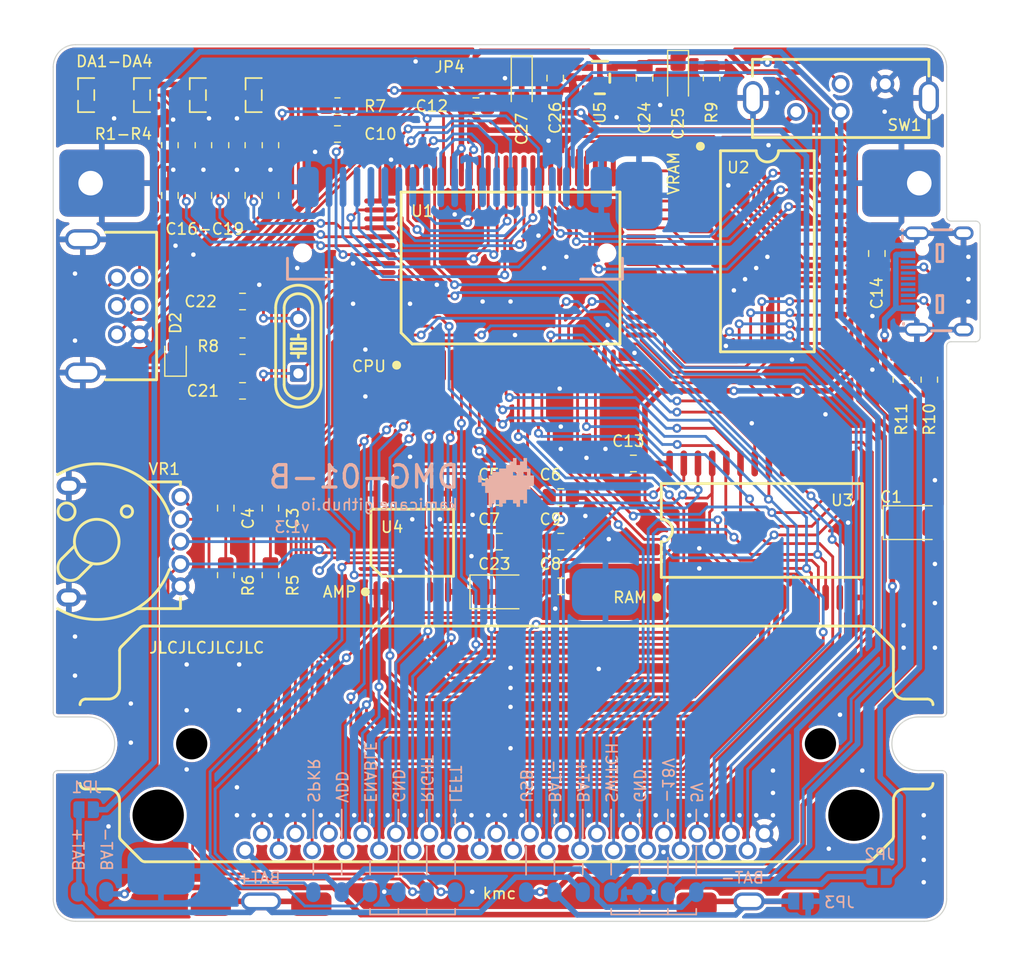
<source format=kicad_pcb>
(kicad_pcb (version 20211014) (generator pcbnew)
  (title_block (title "DMG-01-B") (date "2022-09-10") (rev "1.3") (company "kmc"))
  (layers (0 "F.Cu" signal) (31 "B.Cu" signal) (34 "B.Paste" user) (35 "F.Paste" user) (36 "B.SilkS" user "B.Silkscreen") (37 "F.SilkS" user "F.Silkscreen") (38 "B.Mask" user) (39 "F.Mask" user) (44 "Edge.Cuts" user))
  (net 0 "")
  (net 2 "/LOUT")
  (net 3 "/EXT_SD")
  (net 4 "GND")
  (net 5 "/EXT_CLK")
  (net 6 "/EXT_IN")
  (net 7 "/EXT_OUT")
  (net 8 "/ROUT")
  (net 9 "Net-(C3-Pad2)")
  (net 11 "/P14")
  (net 12 "/SCK")
  (net 13 "/SIN")
  (net 14 "/SOUT")
  (net 15 "/RST")
  (net 16 "Net-(CN3-Pad1)")
  (net 17 "VCC")
  (net 18 "/LPOT")
  (net 19 "Net-(C4-Pad2)")
  (net 20 "/RPOT")
  (net 21 "/RAMP")
  (net 22 "/LAMP")
  (net 23 "/SPKR")
  (net 24 "+VSW")
  (net 25 "VEE")
  (net 26 "/P11")
  (net 27 "/P13")
  (net 28 "/P12")
  (net 29 "/P10")
  (net 30 "/P15")
  (net 31 "/S")
  (net 32 "/FR")
  (net 33 "/CP")
  (net 34 "/LD1")
  (net 35 "/LD0")
  (net 36 "/ST")
  (net 37 "/CPL")
  (net 38 "/CPG")
  (net 39 "/CLK")
  (net 40 "/WR")
  (net 41 "/RD")
  (net 42 "/CS")
  (net 43 "/A0")
  (net 44 "/A1")
  (net 45 "/A2")
  (net 46 "/A3")
  (net 47 "/A4")
  (net 48 "/A5")
  (net 49 "/A6")
  (net 50 "/A7")
  (net 51 "/A8")
  (net 52 "/A9")
  (net 53 "/A10")
  (net 54 "/A11")
  (net 55 "/A12")
  (net 56 "/A13")
  (net 57 "/A14")
  (net 59 "/A15")
  (net 60 "/D0")
  (net 61 "/D1")
  (net 65 "/D2")
  (net 66 "/D3")
  (net 67 "/D4")
  (net 71 "/D5")
  (net 72 "/CK1")
  (net 73 "/CK2")
  (net 74 "/D6")
  (net 75 "/D7")
  (net 76 "/SND")
  (net 77 "Net-(C5-Pad1)")
  (net 78 "Net-(C6-Pad1)")
  (net 79 "/MD7")
  (net 80 "/MD6")
  (net 81 "/MD5")
  (net 82 "/MD4")
  (net 83 "/MD3")
  (net 84 "/MD2")
  (net 85 "/MD1")
  (net 86 "/MD0")
  (net 87 "/MA0")
  (net 88 "/MA1")
  (net 89 "/MA2")
  (net 90 "/MA3")
  (net 91 "/MA4")
  (net 92 "/MA5")
  (net 93 "/MA6")
  (net 94 "/MA7")
  (net 95 "/MA12")
  (net 96 "/MCS")
  (net 97 "/MA10")
  (net 98 "/MOE")
  (net 99 "/MA11")
  (net 100 "/MA9")
  (net 101 "/MA8")
  (net 102 "/MWR")
  (net 103 "/AMP_EN")
  (net 104 "Net-(R5-Pad2)")
  (net 105 "Net-(R6-Pad2)")
  (net 106 "Net-(USB1-PadA5)")
  (net 107 "Net-(USB1-PadB5)")
  (net 108 "+5V")
  (net 109 "/SWITCH")
  (net 111 "VIN")
  (net 112 "+BATT")
  (net 113 "-BATT")
  (footprint "kmc_lib:DMG_RAM_64K" (layer "F.Cu") (at 93.5 69.5)
    (fp_text reference "U3")
    (fp_text value "RAM")
  )
  (footprint "kmc_lib:SOT-23-3_L2.9-W1.3-P1.90-LS2.4-BR" (layer "F.Cu") (at 33 30.514658)
    (fp_text reference "DA4" hide)
    (fp_text value "BAV99-7-F")
  )
  (footprint "Capacitor_Tantalum_SMD:CP_EIA-3528-12_Kemet-T_Pad1.50x2.35mm_HandSolder" (layer "F.Cu") (at 70 75)
    (fp_text reference "C23")
    (fp_text value "100uf")
  )
  (footprint "Resistor_SMD:R_0805_2012Metric_Pad1.20x1.40mm_HandSolder" (layer "F.Cu") (at 49.5 35 -90)
    (fp_text reference "R1" hide)
    (fp_text value "220Ω")
  )
  (footprint "easyeda2kicad:SOT-23-5_L2.9-W1.6-P0.95-LS2.8-BL" (layer "F.Cu") (at 79 29 -90)
    (fp_text reference "U5")
    (fp_text value "LPW5209B5F-21")
  )
  (footprint "Capacitor_Tantalum_SMD:CP_EIA-3216-18_Kemet-A_Pad1.58x1.35mm_HandSolder" (layer "F.Cu") (at 72 29.5 -90)
    (fp_text reference "C27")
    (fp_text value "22µf")
  )
  (footprint "Capacitor_SMD:C_0805_2012Metric_Pad1.18x1.45mm_HandSolder" (layer "F.Cu") (at 40.5 39.5 90)
    (fp_text reference "C19" hide)
    (fp_text value "100pF")
  )
  (footprint "Capacitor_SMD:C_0805_2012Metric_Pad1.18x1.45mm_HandSolder" (layer "F.Cu") (at 49.5 67.5 -90)
    (fp_text reference "C3")
    (fp_text value "1µF")
  )
  (footprint "Capacitor_SMD:C_0805_2012Metric_Pad1.18x1.45mm_HandSolder" (layer "F.Cu") (at 103.8 44.7 90)
    (fp_text reference "C14")
    (fp_text value "10nF")
  )
  (footprint "kmc_lib:DMG_POWER_SWITCH" (layer "F.Cu") (at 100.561834 29.514658)
    (fp_text reference "SW1")
    (fp_text value "POWER_SW")
  )
  (footprint "Resistor_SMD:R_0805_2012Metric_Pad1.20x1.40mm_HandSolder" (layer "F.Cu") (at 89 29 -90)
    (fp_text reference "R9")
    (fp_text value "1kΩ")
  )
  (footprint "Capacitor_SMD:C_0805_2012Metric_Pad1.18x1.45mm_HandSolder" (layer "F.Cu") (at 70 66.5)
    (fp_text reference "C5")
    (fp_text value "10µF")
  )
  (footprint "Resistor_SMD:R_0805_2012Metric_Pad1.20x1.40mm_HandSolder" (layer "F.Cu") (at 106 56 -90)
    (fp_text reference "R11")
    (fp_text value "5.1kΩ")
  )
  (footprint "Resistor_SMD:R_0805_2012Metric_Pad1.20x1.40mm_HandSolder" (layer "F.Cu") (at 45.5 73.5 -90)
    (fp_text reference "R6")
    (fp_text value "510Ω")
  )
  (footprint "kmc_lib:DMG_CPU" (layer "F.Cu") (at 71 46)
    (fp_text reference "U1")
    (fp_text value "CPU")
  )
  (footprint "kmc_lib:DMG_CART_SHIELD_CONTACT" (layer "F.Cu") (at 107 43.9)
    (fp_text reference "P1" hide)
    (fp_text value "GND PAD")
  )
  (footprint "Capacitor_Tantalum_SMD:CP_EIA-3528-12_Kemet-T_Pad1.50x2.35mm_HandSolder" (layer "F.Cu") (at 107 68.8)
    (fp_text reference "C1")
    (fp_text value "100µf")
  )
  (footprint "Resistor_SMD:R_0805_2012Metric_Pad1.20x1.40mm_HandSolder" (layer "F.Cu") (at 55.5 31.5 180)
    (fp_text reference "R7")
    (fp_text value "180kΩ")
  )
  (footprint "Capacitor_SMD:C_0805_2012Metric_Pad1.18x1.45mm_HandSolder" (layer "F.Cu") (at 47 49)
    (fp_text reference "C22")
    (fp_text value "27pF")
  )
  (footprint "kmc_lib:DMG_LINK_CONN" (layer "F.Cu") (at 35.242 49.4)
    (fp_text reference "CN3" hide)
    (fp_text value "EXT")
  )
  (footprint "kmc_lib:solder_jumper_x2" (layer "F.Cu") (at 68.5 28)
    (fp_text reference "JP4")
    (fp_text value "bypass")
  )
  (footprint "kmc_lib:DMG_CART_CONN" (layer "F.Cu") (at 70.648 89.051)
    (fp_text reference "CN2" hide)
    (fp_text value "CART")
  )
  (footprint "Capacitor_SMD:C_0805_2012Metric_Pad1.18x1.45mm_HandSolder" (layer "F.Cu") (at 43.5 39.5 90)
    (fp_text reference "C18" hide)
    (fp_text value "100pF")
  )
  (footprint "kmc_lib:SOT-23-3_L2.9-W1.3-P1.90-LS2.4-BR" (layer "F.Cu") (at 43 30.514658)
    (fp_text reference "DA2" hide)
    (fp_text value "BAV99-7-F")
  )
  (footprint "Capacitor_SMD:C_0805_2012Metric_Pad1.18x1.45mm_HandSolder" (layer "F.Cu") (at 75.5 74.5 180)
    (fp_text reference "C8")
    (fp_text value "47nF")
  )
  (footprint "Capacitor_SMD:C_0805_2012Metric_Pad1.18x1.45mm_HandSolder" (layer "F.Cu") (at 45.5 67.5 -90)
    (fp_text reference "C4")
    (fp_text value "1µF")
  )
  (footprint "kmc_lib:SSOP-18_6X7.4MM_P0.8MM" (layer "F.Cu") (at 62.2 70.6 -90)
    (fp_text reference "U4")
    (fp_text value "AMP")
  )
  (footprint "Resistor_SMD:R_0805_2012Metric_Pad1.20x1.40mm_HandSolder" (layer "F.Cu") (at 49.5 73.5 -90)
    (fp_text reference "R5")
    (fp_text value "510Ω")
  )
  (footprint "Diode_SMD:D_0805_2012Metric" (layer "F.Cu") (at 41 54 90)
    (fp_text reference "D2")
    (fp_text value "CD4148W")
  )
  (footprint "Capacitor_SMD:C_0805_2012Metric_Pad1.18x1.45mm_HandSolder" (layer "F.Cu") (at 75.5 70.5)
    (fp_text reference "C9")
    (fp_text value "47nF")
  )
  (footprint "Capacitor_SMD:C_0805_2012Metric_Pad1.18x1.45mm_HandSolder" (layer "F.Cu") (at 49.5 39.5 90)
    (fp_text reference "C16" hide)
    (fp_text value "100pF")
  )
  (footprint "kmc_lib:DMG_RAM_64K" (layer "F.Cu") (at 94 44.5 -90)
    (fp_text reference "U2")
    (fp_text value "VRAM")
  )
  (footprint "kmc_lib:RES-TH_RK10J12E002L" (layer "F.Cu") (at 36.445597 70.5 90)
    (fp_text reference "VR1")
    (fp_text value "10kΩ")
  )
  (footprint "Capacitor_SMD:C_0805_2012Metric_Pad1.18x1.45mm_HandSolder" (layer "F.Cu") (at 70 70.5)
    (fp_text reference "C7")
    (fp_text value "47nF")
  )
  (footprint "Capacitor_SMD:C_0805_2012Metric_Pad1.18x1.45mm_HandSolder" (layer "F.Cu") (at 67.9 31.5)
    (fp_text reference "C12")
    (fp_text value "10nF")
  )
  (footprint "Resistor_SMD:R_0805_2012Metric_Pad1.20x1.40mm_HandSolder" (layer "F.Cu") (at 46.5 35 -90)
    (fp_text reference "R2" hide)
    (fp_text value "220Ω")
  )
  (footprint "Capacitor_SMD:C_0805_2012Metric_Pad1.18x1.45mm_HandSolder" (layer "F.Cu") (at 82 63.5)
    (fp_text reference "C13")
    (fp_text value "10nF")
  )
  (footprint "kmc_lib:HC-49S" (layer "F.Cu") (at 52 53 90)
    (fp_text reference "X1" hide)
    (fp_text value "4.194304 MHz")
  )
  (footprint "kmc_lib:DMG_BATTERY_PADS" (layer "F.Cu") (at 70.561834 102.614658)
    (fp_text reference "H1" hide)
    (fp_text value "BATTERY")
  )
  (footprint "Capacitor_SMD:C_0805_2012Metric_Pad1.18x1.45mm_HandSolder" (layer "F.Cu") (at 47 57)
    (fp_text reference "C21")
    (fp_text value "27pF")
  )
  (footprint "Resistor_SMD:R_0805_2012Metric_Pad1.20x1.40mm_HandSolder" (layer "F.Cu") (at 47 53)
    (fp_text reference "R8")
    (fp_text value "1MΩ")
  )
  (footprint "Capacitor_SMD:C_0805_2012Metric_Pad1.18x1.45mm_HandSolder" (layer "F.Cu") (at 83 29 90)
    (fp_text reference "C24")
    (fp_text value "100nF")
  )
  (footprint "Capacitor_SMD:C_0805_2012Metric_Pad1.18x1.45mm_HandSolder" (layer "F.Cu") (at 55.5 34)
    (fp_text reference "C10")
    (fp_text value "100nF")
  )
  (footprint "Capacitor_Tantalum_SMD:CP_EIA-3216-18_Kemet-A_Pad1.58x1.35mm_HandSolder" (layer "F.Cu") (at 86 29 -90)
    (fp_text reference "C25")
    (fp_text value "22µf")
  )
  (footprint "Capacitor_SMD:C_0805_2012Metric_Pad1.18x1.45mm_HandSolder" (layer "F.Cu") (at 75 29 90)
    (fp_text reference "C26")
    (fp_text value "100nF")
  )
  (footprint "Resistor_SMD:R_0805_2012Metric_Pad1.20x1.40mm_HandSolder" (layer "F.Cu") (at 43.5 35 -90)
    (fp_text reference "R3" hide)
    (fp_text value "220Ω")
  )
  (footprint "kmc_lib:SOT-23-3_L2.9-W1.3-P1.90-LS2.4-BR" (layer "F.Cu") (at 38 30.514658)
    (fp_text reference "DA3" hide)
    (fp_text value "BAV99-7-F")
  )
  (footprint "Capacitor_SMD:C_0805_2012Metric_Pad1.18x1.45mm_HandSolder" (layer "F.Cu") (at 46.5 39.5 90)
    (fp_text reference "C17" hide)
    (fp_text value "100pF")
  )
  (footprint "kmc_lib:SOT-23-3_L2.9-W1.3-P1.90-LS2.4-BR" (layer "F.Cu") (at 48 30.514658)
    (fp_text reference "DA1" hide)
    (fp_text value "BAV99-7-F")
  )
  (footprint "Capacitor_SMD:C_0805_2012Metric_Pad1.18x1.45mm_HandSolder" (layer "F.Cu") (at 75.5 66.5)
    (fp_text reference "C6")
    (fp_text value "10µF")
  )
  (footprint "Resistor_SMD:R_0805_2012Metric_Pad1.20x1.40mm_HandSolder" (layer "F.Cu") (at 108.5 56 -90)
    (fp_text reference "R10")
    (fp_text value "5.1kΩ")
  )
  (footprint "Resistor_SMD:R_0805_2012Metric_Pad1.20x1.40mm_HandSolder" (layer "F.Cu") (at 40.5 35 -90)
    (fp_text reference "R4" hide)
    (fp_text value "220Ω")
  )
  (footprint "kmc_lib:solder_jumper_x2" (layer "B.Cu") (at 33 94.5 180)
    (fp_text reference "JP1")
    (fp_text value "bypass")
  )
  (footprint "kmc_lib:solder_jumper_x2" (layer "B.Cu") (at 104 100.5 180)
    (fp_text reference "JP2")
    (fp_text value "bypass")
  )
  (footprint "kmc_lib:DMG_GROUNDPAD" (layer "B.Cu") (at 39.7 100 180)
    (fp_text reference "P4" hide)
    (fp_text value "GND PAD")
  )
  (footprint "kmc_lib:DMG_GROUNDPAD" (layer "B.Cu") (at 79.5 75 180)
    (fp_text reference "P3" hide)
    (fp_text value "GND PAD")
  )
  (footprint "kmc_lib:2.54_PAD_SMD_X6" (layer "B.Cu") (at 58.42 96.808 180)
    (fp_text reference "H3" hide)
    (fp_text value "AUDIO HEADER")
  )
  (footprint "kmc_lib:DMG_FPC_CONN" (layer "B.Cu") (at 66 42 180)
    (fp_text reference "CN1" hide)
    (fp_text value "SCREEN")
  )
  (footprint "kmc_lib:solder_jumper_x2" (layer "B.Cu") (at 97 102.7)
    (fp_text reference "JP3")
    (fp_text value "bypass")
  )
  (footprint "kmc_lib:DMG_GROUNDPAD" (layer "B.Cu") (at 82.5 39.5 -90)
    (fp_text reference "P2" hide)
    (fp_text value "GND PAD")
  )
  (footprint "kmc_lib:USB_C_16p" (layer "B.Cu") (at 109.100834 47.194658 -90)
    (fp_text reference "USB1" hide)
    (fp_text value "CHARGE_PORT")
  )
  (footprint "kmc_lib:2.54_PAD_SMD_X2" (layer "B.Cu") (at 33.528 106.934)
    (fp_text reference "H4" hide)
    (fp_text value "AUX BATTERY HEADER")
  )
  (footprint "eda-glyphs:kmc" (layer "B.Cu") (at 70.6 65.2 180)
    (fp_text reference "G1" hide)
    (fp_text value "kmc" hide)
  )
  (footprint "kmc_lib:2.54_PAD_SMD_X7" (layer "B.Cu") (at 80.01 96.808 180)
    (fp_text reference "H2" hide)
    (fp_text value "POWER HEADER")
  )
  (gr_line (start 74.93 94.488) (end 74.93 95.758) (layer "B.SilkS") (width 0.15))
  (gr_line (start 60.96 94.488) (end 60.96 95.504) (layer "B.SilkS") (width 0.15))
  (gr_line (start 80.01 94.488) (end 80.01 97.028) (layer "B.SilkS") (width 0.15))
  (gr_line (start 55.88 94.488) (end 55.88 97.028) (layer "B.SilkS") (width 0.15))
  (gr_line (start 60.96 100.33) (end 60.96 97.79) (layer "B.SilkS") (width 0.15))
  (gr_line (start 87.63 103.886) (end 87.63 103.378) (layer "B.SilkS") (width 0.15))
  (gr_line (start 87.63 103.886) (end 80.01 103.886) (layer "B.SilkS") (width 0.15))
  (gr_line (start 53.34 94.488) (end 53.34 97.028) (layer "B.SilkS") (width 0.15))
  (gr_line (start 87.63 94.488) (end 87.63 95.504) (layer "B.SilkS") (width 0.15))
  (gr_line (start 87.63 100.33) (end 87.63 97.79) (layer "B.SilkS") (width 0.15))
  (gr_line (start 58.42 99.06) (end 58.42 100.33) (layer "B.SilkS") (width 0.15))
  (gr_line (start 63.5 94.488) (end 63.5 95.504) (layer "B.SilkS") (width 0.15))
  (gr_line (start 66.04 100.33) (end 66.04 99.06) (layer "B.SilkS") (width 0.15))
  (gr_line (start 53.34 99.314) (end 53.34 100.33) (layer "B.SilkS") (width 0.15))
  (gr_line (start 74.93 100.33) (end 74.93 99.06) (layer "B.SilkS") (width 0.15))
  (gr_line (start 82.55 100.33) (end 82.55 99.06) (layer "B.SilkS") (width 0.15))
  (gr_line (start 85.09 100.33) (end 85.09 98.806) (layer "B.SilkS") (width 0.15))
  (gr_line (start 77.47 100.33) (end 77.47 99.314) (layer "B.SilkS") (width 0.15))
  (gr_line (start 63.5 100.33) (end 63.5 97.79) (layer "B.SilkS") (width 0.15))
  (gr_line (start 72.39 94.488) (end 72.39 95.504) (layer "B.SilkS") (width 0.15))
  (gr_line (start 60.96 103.886) (end 60.96 103.378) (layer "B.SilkS") (width 0.15))
  (gr_line (start 58.42 103.886) (end 58.42 103.378) (layer "B.SilkS") (width 0.15))
  (gr_line (start 66.04 103.886) (end 58.42 103.886) (layer "B.SilkS") (width 0.15))
  (gr_line (start 82.55 94.488) (end 82.55 95.758) (layer "B.SilkS") (width 0.15))
  (gr_line (start 85.09 103.886) (end 85.09 103.378) (layer "B.SilkS") (width 0.15))
  (gr_line (start 85.09 94.488) (end 85.09 95.504) (layer "B.SilkS") (width 0.15))
  (gr_line (start 77.47 94.488) (end 77.47 97.028) (layer "B.SilkS") (width 0.15))
  (gr_line (start 55.88 100.33) (end 55.88 99.314) (layer "B.SilkS") (width 0.15))
  (gr_line (start 72.39 100.33) (end 72.39 97.79) (layer "B.SilkS") (width 0.15))
  (gr_line (start 66.04 94.488) (end 66.04 95.758) (layer "B.SilkS") (width 0.15))
  (gr_line (start 82.55 103.886) (end 82.55 103.378) (layer "B.SilkS") (width 0.15))
  (gr_line (start 63.5 103.886) (end 63.5 103.378) (layer "B.SilkS") (width 0.15))
  (gr_line (start 66.04 103.886) (end 66.04 103.378) (layer "B.SilkS") (width 0.15))
  (gr_line (start 58.42 95.758) (end 58.42 94.488) (layer "B.SilkS") (width 0.15))
  (gr_line (start 80.01 103.886) (end 80.01 103.378) (layer "B.SilkS") (width 0.15))
  (gr_line (start 80.01 100.33) (end 80.01 99.314) (layer "B.SilkS") (width 0.15))
  (gr_line locked (start 110.05 41.4) (end 110.05 28) (layer "Edge.Cuts") (width 0.1))
  (gr_line locked (start 30.45 86.2) (end 33.15 86.2) (layer "Edge.Cuts") (width 0.1))
  (gr_line locked (start 32.05 104.5) (end 108.05 104.5) (layer "Edge.Cuts") (width 0.1))
  (gr_arc locked (start 32.05 104.5) (mid 30.635794 103.914204) (end 30.05 102.5) (layer "Edge.Cuts") (width 0.1))
  (gr_arc locked (start 30.45 86.2) (mid 30.167164 86.082833) (end 30.05 85.8) (layer "Edge.Cuts") (width 0.1))
  (gr_line locked (start 110.45 52.6) (end 112.65 52.6) (layer "Edge.Cuts") (width 0.1))
  (gr_arc locked (start 110.05 102.5) (mid 109.464197 103.914174) (end 108.05 104.5) (layer "Edge.Cuts") (width 0.1))
  (gr_arc locked (start 110.05 85.8) (mid 109.932826 86.082804) (end 109.65 86.2) (layer "Edge.Cuts") (width 0.1))
  (gr_arc locked (start 107.55 91) (mid 105.150002 88.599998) (end 107.55 86.2) (layer "Edge.Cuts") (width 0.1))
  (gr_arc locked (start 108.05 26) (mid 109.464221 26.585777) (end 110.05 28) (layer "Edge.Cuts") (width 0.1))
  (gr_arc locked (start 109.65 91) (mid 109.93285 91.117148) (end 110.05 91.4) (layer "Edge.Cuts") (width 0.1))
  (gr_arc locked (start 110.45 41.8) (mid 110.167164 41.682833) (end 110.05 41.4) (layer "Edge.Cuts") (width 0.1))
  (gr_line locked (start 110.05 102.5) (end 110.05 91.4) (layer "Edge.Cuts") (width 0.1))
  (gr_arc locked (start 112.65 41.8) (mid 112.93285 41.917148) (end 113.05 42.2) (layer "Edge.Cuts") (width 0.1))
  (gr_arc locked (start 113.05 52.2) (mid 112.932826 52.482804) (end 112.65 52.6) (layer "Edge.Cuts") (width 0.1))
  (gr_line locked (start 108.05 26) (end 32.05 26) (layer "Edge.Cuts") (width 0.1))
  (gr_line locked (start 30.05 28) (end 30.05 85.8) (layer "Edge.Cuts") (width 0.1))
  (gr_line locked (start 109.65 91) (end 107.55 91) (layer "Edge.Cuts") (width 0.1))
  (gr_arc locked (start 30.05 28) (mid 30.635786 26.585787) (end 32.05 26) (layer "Edge.Cuts") (width 0.1))
  (gr_line locked (start 33.15 91) (end 30.45 91) (layer "Edge.Cuts") (width 0.1))
  (gr_line locked (start 30.05 91.4) (end 30.05 102.5) (layer "Edge.Cuts") (width 0.1))
  (gr_arc locked (start 33.15 86.2) (mid 35.550002 88.599998) (end 33.15 91) (layer "Edge.Cuts") (width 0.1))
  (gr_line locked (start 110.05 85.8) (end 110.05 53) (layer "Edge.Cuts") (width 0.1))
  (gr_arc locked (start 110.05 53) (mid 110.16714 52.717118) (end 110.45 52.6) (layer "Edge.Cuts") (width 0.1))
  (gr_arc locked (start 30.05 91.4) (mid 30.16714 91.117118) (end 30.45 91) (layer "Edge.Cuts") (width 0.1))
  (gr_line locked (start 109.65 86.2) (end 107.55 86.2) (layer "Edge.Cuts") (width 0.1))
  (gr_line locked (start 113.05 52.2) (end 113.05 42.2) (layer "Edge.Cuts") (width 0.1))
  (gr_line locked (start 112.65 41.8) (end 110.45 41.8) (layer "Edge.Cuts") (width 0.1))
  (gr_text "BAT+" (at 32.258 100.076 270) (layer "B.SilkS") (effects (font (size 1 1)) (justify left mirror)))
  (gr_text "RIGHT" (at 63.5 93.98 270) (layer "B.SilkS") (effects (font (size 1 1)) (justify left mirror)))
  (gr_text "USB" (at 72.39 93.98 270) (layer "B.SilkS") (effects (font (size 1 1)) (justify left mirror)))
  (gr_text "BAT-" (at 34.798 100.076 270) (layer "B.SilkS") (effects (font (size 1 1)) (justify left mirror)))
  (gr_text "5V" (at 87.63 93.98 270) (layer "B.SilkS") (effects (font (size 1 1)) (justify left mirror)))
  (gr_text "SWITCH" (at 80.01 93.98 270) (layer "B.SilkS") (effects (font (size 1 1)) (justify left mirror)))
  (gr_text "BAT-" (at 74.93 93.98 270) (layer "B.SilkS") (effects (font (size 1 1)) (justify left mirror)))
  (gr_text "BAT-" (at 93.8 100.6) (layer "B.SilkS") (effects (font (size 1 1)) (justify left mirror)))
  (gr_text "GND" (at 60.96 93.98 270) (layer "B.SilkS") (effects (font (size 1 1)) (justify left mirror)))
  (gr_text "v1.3" (at 53.1 69.2) (layer "B.SilkS") (effects (font (size 1 1)) (justify left mirror)))
  (gr_text "BAT+" (at 50.5 100.6) (layer "B.SilkS") (effects (font (size 1 1)) (justify left mirror)))
  (gr_text "DMG-01-B" (at 66.6 64.7) (layer "B.SilkS") (effects (font (size 2 2) (thickness 0.3)) (justify left mirror)))
  (gr_text "LEFT" (at 66.04 93.98 270) (layer "B.SilkS") (effects (font (size 1 1)) (justify left mirror)))
  (gr_text "GND" (at 82.55 93.98 270) (layer "B.SilkS") (effects (font (size 1 1)) (justify left mirror)))
  (gr_text "kamicane.github.io" (at 66.366977 67.195514) (layer "B.SilkS") (effects (font (size 1 1)) (justify left mirror)))
  (gr_text "-18V" (at 85.09 93.98 270) (layer "B.SilkS") (effects (font (size 1 1)) (justify left mirror)))
  (gr_text "VDD" (at 55.88 93.98 270) (layer "B.SilkS") (effects (font (size 1 1)) (justify left mirror)))
  (gr_text "ENABLE" (at 58.42 93.98 270) (layer "B.SilkS") (effects (font (size 1 1)) (justify left mirror)))
  (gr_text "SPKR" (at 53.34 93.98 270) (layer "B.SilkS") (effects (font (size 1 1)) (justify left mirror)))
  (gr_text "BAT+" (at 77.47 93.98 270) (layer "B.SilkS") (effects (font (size 1 1)) (justify left mirror)))
  (gr_text "JLCJLCJLCJLC" (at 43.8 80) (layer "F.SilkS") (effects (font (size 1 1) (thickness 0.16))))
  (gr_text "kmc" (at 70 102) (layer "F.SilkS") (effects (font (size 1 1))))
  (gr_text "R1-R4" (at 39 34) (layer "F.SilkS") (effects (font (size 1 1)) (justify right)))
  (gr_text "C16-C19" (at 40 42.5) (layer "F.SilkS") (effects (font (size 1 1)) (justify left)))
  (gr_text "DA1-DA4" (at 32 27.5) (layer "F.SilkS") (effects (font (size 1 1)) (justify left)))
  (segment (start 65 32.3) (end 65 37.3) (width 0.25) (layer "F.Cu") (net 2))
  (segment (start 64.5 31.8) (end 65 32.3) (width 0.25) (layer "F.Cu") (net 2))
  (segment (start 49.5 66.4625) (end 49.5 63.098218) (width 0.25) (layer "F.Cu") (net 2))
  (segment (start 50.04952 62.548697) (end 50.04952 44.298666) (width 0.25) (layer "F.Cu") (net 2))
  (segment (start 50.04952 44.298666) (end 62.548186 31.8) (width 0.25) (layer "F.Cu") (net 2))
  (segment (start 62.548186 31.8) (end 64.5 31.8) (width 0.25) (layer "F.Cu") (net 2))
  (segment (start 49.5 63.098218) (end 50.04952 62.548697) (width 0.25) (layer "F.Cu") (net 2))
  (segment (start 49.5 36) (end 48.3 37.2) (width 0.25) (layer "F.Cu") (net 3))
  (segment (start 39 50.9) (end 39 52.5) (width 0.25) (layer "F.Cu") (net 3))
  (segment (start 47 31.5) (end 48 32.5) (width 0.25) (layer "F.Cu") (net 3))
  (segment (start 39 52.5) (end 38.3 53.2) (width 0.25) (layer "F.Cu") (net 3))
  (segment (start 49.3625 40.5375) (end 39 50.9) (width 0.25) (layer "F.Cu") (net 3))
  (segment (start 47 30.514658) (end 47 31.5) (width 0.25) (layer "F.Cu") (net 3))
  (segment (start 34.5 51.4) (end 35.2 50.7) (width 0.25) (layer "F.Cu") (net 3))
  (segment (start 35.2 53.2) (end 34.5 52.5) (width 0.25) (layer "F.Cu") (net 3))
  (segment (start 38.3 53.2) (end 35.2 53.2) (width 0.25) (layer "F.Cu") (net 3))
  (segment (start 48.3 39.3375) (end 49.5 40.5375) (width 0.25) (layer "F.Cu") (net 3))
  (segment (start 48 32.5) (end 48 34.5) (width 0.25) (layer "F.Cu") (net 3))
  (segment (start 48.3 37.2) (end 48.3 39.3375) (width 0.25) (layer "F.Cu") (net 3))
  (segment (start 49.5 40.5375) (end 49.3625 40.5375) (width 0.25) (layer "F.Cu") (net 3))
  (segment (start 34.5 52.5) (end 34.5 51.4) (width 0.25) (layer "F.Cu") (net 3))
  (segment (start 36.354282 50.7) (end 37.654282 49.4) (width 0.25) (layer "F.Cu") (net 3))
  (segment (start 35.2 50.7) (end 36.354282 50.7) (width 0.25) (layer "F.Cu") (net 3))
  (segment (start 48 34.5) (end 49.5 36) (width 0.25) (layer "F.Cu") (net 3))
  (segment (start 37.654282 49.4) (end 37.782 49.4) (width 0.25) (layer "F.Cu") (net 3))
  (via (at 75 76.5) (size 0.8) (drill 0.4) (layers "F.Cu" "B.Cu") (net 4))
  (via (at 71.4 52) (size 0.8) (drill 0.4) (layers "F.Cu" "B.Cu") (net 4))
  (via (at 87.9 72.9) (size 0.8) (drill 0.4) (layers "F.Cu" "B.Cu") (net 4))
  (via (at 77.8 63) (size 0.8) (drill 0.4) (layers "F.Cu" "B.Cu") (net 4))
  (via (at 78.9 81.9) (size 0.8) (drill 0.4) (layers "F.Cu" "B.Cu") (net 4))
  (via (at 75.4 56.8) (size 0.8) (drill 0.4) (layers "F.Cu" "B.Cu") (net 4))
  (via locked (at 57 95) (size 0.8) (drill 0.4) (layers "F.Cu" "B.Cu") (net 4))
  (via (at 83.82 101.854) (size 0.8) (drill 0.4) (layers "F.Cu" "B.Cu") (net 4))
  (via (at 99.5 98) (size 0.8) (drill 0.4) (layers "F.Cu" "B.Cu") (net 4))
  (via locked (at 64.5 95) (size 0.8) (drill 0.4) (layers "F.Cu" "B.Cu") (net 4))
  (via (at 48.5 47.5) (size 0.8) (drill 0.4) (layers "F.Cu" "B.Cu") (net 4))
  (via (at 93 46) (size 0.8) (drill 0.4) (layers "F.Cu" "B.Cu") (net 4))
  (via locked (at 48 95) (size 0.8) (drill 0.4) (layers "F.Cu" "B.Cu") (net 4))
  (via (at 58 57.5) (size 0.8) (drill 0.4) (layers "F.Cu" "B.Cu") (net 4))
  (via (at 79.7 51.1) (size 0.8) (drill 0.4) (layers "F.Cu" "B.Cu") (net 4))
  (via (at 74 46) (size 0.8) (drill 0.4) (layers "F.Cu" "B.Cu") (net 4))
  (via (at 58 53.3) (size 0.8) (drill 0.4) (layers "F.Cu" "B.Cu") (net 4))
  (via (at 46.5 32.6) (size 0.8) (drill 0.4) (layers "F.Cu" "B.Cu") (net 4))
  (via (at 66 41.2) (size 0.8) (drill 0.4) (layers "F.Cu" "B.Cu") (net 4))
  (via locked (at 84 95) (size 0.8) (drill 0.4) (layers "F.Cu" "B.Cu") (net 4))
  (via (at 64.4 47.5) (size 0.8) (drill 0.4) (layers "F.Cu" "B.Cu") (net 4))
  (via (at 67.6 68.1) (size 0.8) (drill 0.4) (layers "F.Cu" "B.Cu") (net 4))
  (via locked (at 72 95) (size 0.8) (drill 0.4) (layers "F.Cu" "B.Cu") (net 4))
  (via (at 103.4 55.1) (size 0.8) (drill 0.4) (layers "F.Cu" "B.Cu") (net 4))
  (via (at 87.9 71.1) (size 0.8) (drill 0.4) (layers "F.Cu" "B.Cu") (net 4))
  (via (at 73.5 43.1) (size 0.8) (drill 0.4) (layers "F.Cu" "B.Cu") (net 4))
  (via (at 79.5 62.2) (size 0.8) (drill 0.4) (layers "F.Cu" "B.Cu") (net 4))
  (via locked (at 75 95) (size 0.8) (drill 0.4) (layers "F.Cu" "B.Cu") (net 4))
  (via (at 94.1 35) (size 0.8) (drill 0.4) (layers "F.Cu" "B.Cu") (net 4))
  (via (at 67.564 101.854) (size 0.8) (drill 0.4) (layers "F.Cu" "B.Cu") (net 4))
  (via (at 94.9 30.3) (size 0.8) (drill 0.4) (layers "F.Cu" "B.Cu") (net 4))
  (via (at 68.5 49) (size 0.8) (drill 0.4) (layers "F.Cu" "B.Cu") (net 4))
  (via locked (at 51 95) (size 0.8) (drill 0.4) (layers "F.Cu" "B.Cu") (net 4))
  (via locked (at 67.5 95) (size 0.8) (drill 0.4) (layers "F.Cu" "B.Cu") (net 4))
  (via locked (at 79.5 95) (size 0.8) (drill 0.4) (layers "F.Cu" "B.Cu") (net 4))
  (via locked (at 55.5 95) (size 0.8) (drill 0.4) (layers "F.Cu" "B.Cu") (net 4))
  (via (at 46.5 92.5) (size 0.8) (drill 0.4) (layers "F.Cu" "B.Cu") (net 4))
  (via (at 71 49) (size 0.8) (drill 0.4) (layers "F.Cu" "B.Cu") (net 4))
  (via (at 44 32.6) (size 0.8) (drill 0.4) (layers "F.Cu" "B.Cu") (net 4))
  (via (at 42.6 44.8) (size 0.8) (drill 0.4) (layers "F.Cu" "B.Cu") (net 4))
  (via (at 101.225989 68.8) (size 0.8) (drill 0.4) (layers "F.Cu" "B.Cu") (net 4))
  (via (at 70.5 29) (size 0.8) (drill 0.4) (layers "F.Cu" "B.Cu") (net 4))
  (via locked (at 54 95) (size 0.8) (drill 0.4) (layers "F.Cu" "B.Cu") (net 4))
  (via (at 42 81.5) (size 0.8) (drill 0.4) (layers "F.Cu" "B.Cu") (net 4))
  (via (at 46.7 85.6) (size 0.8) (drill 0.4) (layers "F.Cu" "B.Cu") (net 4))
  (via locked (at 76.5 95) (size 0.8) (drill 0.4) (layers "F.Cu" "B.Cu") (net 4))
  (via (at 60.3 36.3) (size 0.8) (drill 0.4) (layers "F.Cu" "B.Cu") (net 4))
  (via (at 61.1 73.123522) (size 0.8) (drill 0.4) (layers "F.Cu" "B.Cu") (net 4))
  (via locked (at 90 95) (size 0.8) (drill 0.4) (layers "F.Cu" "B.Cu") (net 4))
  (via (at 71 81.8) (size 0.8) (drill 0.4) (layers "F.Cu" "B.Cu") (net 4))
  (via (at 94.5 91) (size 0.8) (drill 0.4) (layers "F.Cu" "B.Cu") (net 4))
  (via (at 90.283177 52.975701) (size 0.8) (drill 0.4) (layers "F.Cu" "B.Cu") (net 4))
  (via (at 46.7 81.5) (size 0.8) (drill 0.4) (layers "F.Cu" "B.Cu") (net 4))
  (via (at 109 80) (size 0.8) (drill 0.4) (layers "F.Cu" "B.Cu") (net 4))
  (via locked (at 81 95) (size 0.8) (drill 0.4) (layers "F.Cu" "B.Cu") (net 4))
  (via (at 92 47) (size 0.8) (drill 0.4) (layers "F.Cu" "B.Cu") (net 4))
  (via (at 64.6755 68.5) (size 0.8) (drill 0.4) (layers "F.Cu" "B.Cu") (net 4))
  (via (at 80.5 32.5) (size 0.8) (drill 0.4) (layers "F.Cu" "B.Cu") (net 4))
  (via (at 92.6 59.9) (size 0.8) (drill 0.4) (layers "F.Cu" "B.Cu") (net 4))
  (via (at 84.4 31.4) (size 0.8) (drill 0.4) (layers "F.Cu" "B.Cu") (net 4))
  (via locked (at 52.5 95) (size 0.8) (drill 0.4) (layers "F.Cu" "B.Cu") (net 4))
  (via (at 77.7 68.2) (size 0.8) (drill 0.4) (layers "F.Cu" "B.Cu") (net 4))
  (via (at 109 72.5) (size 0.8) (drill 0.4) (layers "F.Cu" "B.Cu") (net 4))
  (via (at 82.1 53.6) (size 0.8) (drill 0.4) (layers "F.Cu" "B.Cu") (net 4))
  (via (at 32 52.5) (size 0.8) (drill 0.4) (layers "F.Cu" "B.Cu") (net 4))
  (via (at 35.5 32.6) (size 0.8) (drill 0.4) (layers "F.Cu" "B.Cu") (net 4))
  (via (at 62 49.2) (size 0.8) (drill 0.4) (layers "F.Cu" "B.Cu") (net 4))
  (via (at 109 65) (size 0.8) (drill 0.4) (layers "F.Cu" "B.Cu") (net 4))
  (via locked (at 87 95) (size 0.8) (drill 0.4) (layers "F.Cu" "B.Cu") (net 4))
  (via (at 108 99) (size 0.8) (drill 0.4) (layers "F.Cu" "B.Cu") (net 4))
  (via locked (at 82.5 95) (size 0.8) (drill 0.4) (layers "F.Cu" "B.Cu") (net 4))
  (via (at 40.8 37.2) (size 0.8) (drill 0.4) (layers "F.Cu" "B.Cu") (net 4))
  (via (at 108 95) (size 0.8) (drill 0.4) (layers "F.Cu" "B.Cu") (net 4))
  (via (at 71 83.6) (size 0.8) (drill 0.4) (layers "F.Cu" "B.Cu") (net 4))
  (via (at 71 85.3) (size 0.8) (drill 0.4) (layers "F.Cu" "B.Cu") (net 4))
  (via (at 100.5 86) (size 0.8) (drill 0.4) (layers "F.Cu" "B.Cu") (net 4))
  (via (at 102.5 91) (size 0.8) (drill 0.4) (layers "F.Cu" "B.Cu") (net 4))
  (via (at 62 62.9) (size 0.8) (drill 0.4) (layers "F.Cu" "B.Cu") (net 4))
  (via (at 56.9 49.2) (size 0.8) (drill 0.4) (layers "F.Cu" "B.Cu") (net 4))
  (via (at 62.5 27.5) (size 0.8) (drill 0.4) (layers "F.Cu" "B.Cu") (net 4))
  (via (at 109 76) (size 0.8) (drill 0.4) (layers "F.Cu" "B.Cu") (net 4))
  (via (at 37 85) (size 0.8) (drill 0.4) (layers "F.Cu" "B.Cu") (net 4))
  (via locked (at 58.5 95) (size 0.8) (drill 0.4) (layers "F.Cu" "B.Cu") (net 4))
  (via (at 53.5 35.6) (size 0.8) (drill 0.4) (layers "F.Cu" "B.Cu") (net 4))
  (via (at 79.8 70.2755) (size 0.8) (drill 0.4) (layers "F.Cu" "B.Cu") (net 4))
  (via locked (at 78 95) (size 0.8) (drill 0.4) (layers "F.Cu" "B.Cu") (net 4))
  (via (at 42 85.6) (size 0.8) (drill 0.4) (layers "F.Cu" "B.Cu") (net 4))
  (via locked (at 66 95) (size 0.8) (drill 0.4) (layers "F.Cu" "B.Cu") (net 4))
  (via locked (at 63 95) (size 0.8) (drill 0.4) (layers "F.Cu" "B.Cu") (net 4))
  (via (at 49.5 37.2) (size 0.8) (drill 0.4) (layers "F.Cu" "B.Cu") (net 4))
  (via (at 75.5 62.2) (size 0.8) (drill 0.4) (layers "F.Cu" "B.Cu") (net 4))
  (via locked (at 70.5 95) (size 0.8) (drill 0.4) (layers "F.Cu" "B.Cu") (net 4))
  (via (at 71 89) (size 0.8) (drill 0.4) (layers "F.Cu" "B.Cu") (net 4))
  (via (at 99.2 59.1) (size 0.8) (drill 0.4) (layers "F.Cu" "B.Cu") (net 4))
  (via (at 40.787701 32.712299) (size 0.8) (drill 0.4) (layers "F.Cu" "B.Cu") (net 4))
  (via (at 62.2 68.5) (size 0.8) (drill 0.4) (layers "F.Cu" "B.Cu") (net 4))
  (via locked (at 94.5 95) (size 0.8) (drill 0.4) (layers "F.Cu" "B.Cu") (net 4))
  (via (at 103.4 50.3) (size 0.8) (drill 0.4) (layers "F.Cu" "B.Cu") (net 4))
  (via (at 43.5 37.2) (size 0.8) (drill 0.4) (layers "F.Cu" "B.Cu") (net 4))
  (via (at 96.2 54.2) (size 0.8) (drill 0.4) (layers "F.Cu" "B.Cu") (net 4))
  (via (at 37 88.5) (size 0.8) (drill 0.4) (layers "F.Cu" "B.Cu") (net 4))
  (via locked (at 88.5 95) (size 0.8) (drill 0.4) (layers "F.Cu" "B.Cu") (net 4))
  (via (at 91 48) (size 0.8) (drill 0.4) (layers "F.Cu" "B.Cu") (net 4))
  (via (at 42 90.9) (size 0.8) (drill 0.4) (layers "F.Cu" "B.Cu") (net 4))
  (via locked (at 46.5 95) (size 0.8) (drill 0.4) (layers "F.Cu" "B.Cu") (net 4))
  (via (at 108 97) (size 0.8) (drill 0.4) (layers "F.Cu" "B.Cu") (net 4))
  (via (at 32 46.5) (size 0.8) (drill 0.4) (layers "F.Cu" "B.Cu") (net 4))
  (via (at 76 45) (size 0.8) (drill 0.4) (layers "F.Cu" "B.Cu") (net 4))
  (via (at 106.2 80) (size 0.8) (drill 0.4) (layers "F.Cu" "B.Cu") (net 4))
  (via (at 56.9 45.6) (size 0.8) (drill 0.4) (layers "F.Cu" "B.Cu") (net 4))
  (via (at 32 79) (size 0.8) (drill 0.4) (layers "F.Cu" "B.Cu") (net 4))
  (via (at 84.7 98.3) (size 0.8) (drill 0.4) (layers "F.Cu" "B.Cu") (net 4))
  (via (at 94 45) (size 0.8) (drill 0.4) (layers "F.Cu" "B.Cu") (net 4))
  (via (at 59.69 101.854) (size 0.8) (drill 0.4) (layers "F.Cu" "B.Cu") (net 4))
  (via (at 112 47) (size 0.8) (drill 0.4) (layers "F.Cu" "B.Cu") (net 4))
  (via (at 41 44) (size 0.8) (drill 0.4) (layers "F.Cu" "B.Cu") (net 4))
  (via locked (at 69 95) (size 0.8) (drill 0.4) (layers "F.Cu" "B.Cu") (net 4))
  (via locked (at 73.5 95) (size 0.8) (drill 0.4) (layers "F.Cu" "B.Cu") (net 4))
  (via locked (at 91.5 95) (size 0.8) (drill 0.4) (layers "F.Cu" "B.Cu") (net 4))
  (via (at 75.5 60.2) (size 0.8) (drill 0.4) (layers "F.Cu" "B.Cu") (net 4))
  (via locked (at 93 95) (size 0.8) (drill 0.4) (layers "F.Cu" "B.Cu") (net 4))
  (via locked (at 60 95) (size 0.8) (drill 0.4) (layers "F.Cu" "B.Cu") (net 4))
  (via (at 46.5 37.2) (size 0.8) (drill 0.4) (layers "F.Cu" "B.Cu") (net 4))
  (via (at 67.5 71.8) (size 0.8) (drill 0.4) (layers "F.Cu" "B.Cu") (net 4))
  (via (at 32 82.5) (size 0.8) (drill 0.4) (layers "F.Cu" "B.Cu") (net 4))
  (via locked (at 85.5 95) (size 0.8) (drill 0.4) (layers "F.Cu" "B.Cu") (net 4))
  (via (at 112 49) (size 0.8) (drill 0.4) (layers "F.Cu" "B.Cu") (net 4))
  (via (at 51.9 46) (size 0.8) (drill 0.4) (layers "F.Cu" "B.Cu") (net 4))
  (via locked (at 49.5 95) (size 0.8) (drill 0.4) (layers "F.Cu" "B.Cu") (net 4))
  (via (at 108 101) (size 0.8) (drill 0.4) (layers "F.Cu" "B.Cu") (net 4))
  (via (at 106.2 78) (size 0.8) (drill 0.4) (layers "F.Cu" "B.Cu") (net 4))
  (via (at 35 96) (size 0.8) (drill 0.4) (layers "F.Cu" "B.Cu") (net 4))
  (via (at 112 45) (size 0.8) (drill 0.4) (layers "F.Cu" "B.Cu") (net 4))
  (via locked (at 61.5 95) (size 0.8) (drill 0.4) (layers "F.Cu" "B.Cu") (net 4))
  (via (at 104.5 32) (size 0.8) (drill 0.4) (layers "F.Cu" "B.Cu") (net 4))
  (via (at 74.4 34.6) (size 0.8) (drill 0.4) (layers "F.Cu" "B.Cu") (net 4))
  (via (at 94.5 93) (size 0.8) (drill 0.4) (layers "F.Cu" "B.Cu") (net 4))
  (via (at 90.5 38.6) (size 0.8) (drill 0.4) (layers "F.Cu" "B.Cu") (net 4))
  (segment (start 46.5 36) (end 45.3 37.2) (width 0.25) (layer "F.Cu") (net 5))
  (segment (start 44.714658 30.514658) (end 45.2 31) (width 0.25) (layer "F.Cu") (net 5))
  (segment (start 45.3 39.3375) (end 46.5 40.5375) (width 0.25) (layer "F.Cu") (net 5))
  (segment (start 45.2 31) (end 45.2 34.7) (width 0.25) (layer "F.Cu") (net 5))
  (segment (start 46.5 42.2723) (end 46.5 40.5375) (width 0.25) (layer "F.Cu") (net 5))
  (segment (start 45.3 37.2) (end 45.3 39.3375) (width 0.25) (layer "F.Cu") (net 5))
  (segment (start 37.09 50.6) (end 38.1723 50.6) (width 0.25) (layer "F.Cu") (net 5))
  (segment (start 35.75 51.94) (end 37.09 50.6) (width 0.25) (layer "F.Cu") (net 5))
  (segment (start 42 30.514658) (end 44.714658 30.514658) (width 0.25) (layer "F.Cu") (net 5))
  (segment (start 38.1723 50.6) (end 46.5 42.2723) (width 0.25) (layer "F.Cu") (net 5))
  (segment (start 45.2 34.7) (end 46.5 36) (width 0.25) (layer "F.Cu") (net 5))
  (segment (start 39.614658 30.514658) (end 42.2 33.1) (width 0.25) (layer "F.Cu") (net 6))
  (segment (start 38.1323 48.1) (end 37.05 48.1) (width 0.25) (layer "F.Cu") (net 6))
  (segment (start 42.3 37.2) (end 42.3 39.3375) (width 0.25) (layer "F.Cu") (net 6))
  (segment (start 43.5 42.7323) (end 38.1323 48.1) (width 0.25) (layer "F.Cu") (net 6))
  (segment (start 42.3 39.3375) (end 43.5 40.5375) (width 0.25) (layer "F.Cu") (net 6))
  (segment (start 37 30.514658) (end 39.614658 30.514658) (width 0.25) (layer "F.Cu") (net 6))
  (segment (start 43.5 40.5375) (end 43.5 42.7323) (width 0.25) (layer "F.Cu") (net 6))
  (segment (start 43.5 36) (end 42.3 37.2) (width 0.25) (layer "F.Cu") (net 6))
  (segment (start 42.2 34.7) (end 43.5 36) (width 0.25) (layer "F.Cu") (net 6))
  (segment (start 42.2 33.1) (end 42.2 34.7) (width 0.25) (layer "F.Cu") (net 6))
  (segment (start 37.05 48.1) (end 35.75 49.4) (width 0.25) (layer "F.Cu") (net 6))
  (segment (start 39.4 39.4375) (end 40.5 40.5375) (width 0.25) (layer "F.Cu") (net 7))
  (segment (start 39.4 37.1) (end 39.4 39.4375) (width 0.25) (layer "F.Cu") (net 7))
  (segment (start 32 30.514658) (end 35.014658 30.514658) (width 0.25) (layer "F.Cu") (net 7))
  (segment (start 37.782 43.2555) (end 37.782 46.86) (width 0.25) (layer "F.Cu") (net 7))
  (segment (start 40.5 36) (end 39.4 37.1) (width 0.25) (layer "F.Cu") (net 7))
  (segment (start 40.5 40.5375) (end 37.782 43.2555) (width 0.25) (layer "F.Cu") (net 7))
  (segment (start 35.014658 30.514658) (end 40.5 36) (width 0.25) (layer "F.Cu") (net 7))
  (segment (start 65.8 32.4) (end 65.8 37.3) (width 0.25) (layer "F.Cu") (net 8))
  (segment (start 49.6 62.3625) (end 49.6 44.112482) (width 0.25) (layer "F.Cu") (net 8))
  (segment (start 49.6 44.112482) (end 62.412482 31.3) (width 0.25) (layer "F.Cu") (net 8))
  (segment (start 45.5 66.4625) (end 49.6 62.3625) (width 0.25) (layer "F.Cu") (net 8))
  (segment (start 64.7 31.3) (end 65.8 32.4) (width 0.25) (layer "F.Cu") (net 8))
  (segment (start 62.412482 31.3) (end 64.7 31.3) (width 0.25) (layer "F.Cu") (net 8))
  (segment (start 49.5 68.5375) (end 49.5 72.5) (width 0.25) (layer "F.Cu") (net 9))
  (segment (start 63.154445 34.640668) (end 63.154445 34.045555) (width 0.25) (layer "F.Cu") (net 11))
  (segment (start 49.5 34) (end 50.5505 32.9495) (width 0.25) (layer "F.Cu") (net 11))
  (segment (start 50.5505 32.9495) (end 50.5505 32.134249) (width 0.25) (layer "F.Cu") (net 11))
  (segment (start 63.154445 34.045555) (end 63.534561 33.665439) (width 0.25) (layer "F.Cu") (net 11))
  (segment (start 62.6 37.3) (end 62.6 35.195113) (width 0.25) (layer "F.Cu") (net 11))
  (segment (start 63.534561 33.665439) (end 63.534561 32.616998) (width 0.25) (layer "F.Cu") (net 11))
  (segment (start 62.6 35.195113) (end 63.154445 34.640668) (width 0.25) (layer "F.Cu") (net 11))
  (via (at 63.534561 32.616998) (size 0.8) (drill 0.4) (layers "F.Cu" "B.Cu") (net 11))
  (via (at 50.5505 32.134249) (size 0.8) (drill 0.4) (layers "F.Cu" "B.Cu") (net 11))
  (segment (start 73.5 35.3) (end 70.577459 32.377459) (width 0.25) (layer "B.Cu") (net 11))
  (segment (start 50.684749 32) (end 62.917563 32) (width 0.25) (layer "B.Cu") (net 11))
  (segment (start 63.7741 32.377459) (end 63.534561 32.616998) (width 0.25) (layer "B.Cu") (net 11))
  (segment (start 73.5 38.75) (end 73.5 35.3) (width 0.25) (layer "B.Cu") (net 11))
  (segment (start 50.5505 32.134249) (end 50.684749 32) (width 0.25) (layer "B.Cu") (net 11))
  (segment (start 70.577459 32.377459) (end 63.7741 32.377459) (width 0.25) (layer "B.Cu") (net 11))
  (segment (start 62.917563 32) (end 63.534561 32.616998) (width 0.25) (layer "B.Cu") (net 11))
  (segment (start 48.007999 40.070098) (end 47.8 39.862099) (width 0.25) (layer "F.Cu") (net 12))
  (segment (start 47.8 35.3) (end 46.5 34) (width 0.25) (layer "F.Cu") (net 12))
  (segment (start 55.775 42.4) (end 59.3 42.4) (width 0.25) (layer "F.Cu") (net 12))
  (segment (start 54 42) (end 55.375 42) (width 0.25) (layer "F.Cu") (net 12))
  (segment (start 47.8 39.862099) (end 47.8 35.3) (width 0.25) (layer "F.Cu") (net 12))
  (segment (start 55.375 42) (end 55.775 42.4) (width 0.25) (layer "F.Cu") (net 12))
  (via (at 48.007999 40.070098) (size 0.8) (drill 0.4) (layers "F.Cu" "B.Cu") (net 12))
  (via (at 54 42) (size 0.8) (drill 0.4) (layers "F.Cu" "B.Cu") (net 12))
  (segment (start 48.5 42) (end 54 42) (width 0.25) (layer "B.Cu") (net 12))
  (segment (start 48.007999 41.507999) (end 48.5 42) (width 0.25) (layer "B.Cu") (net 12))
  (segment (start 48.007999 40.070098) (end 48.007999 41.507999) (width 0.25) (layer "B.Cu") (net 12))
  (segment (start 54.2 43.2) (end 59.3 43.2) (width 0.25) (layer "F.Cu") (net 13))
  (segment (start 44.8 35.3) (end 43.5 34) (width 0.25) (layer "F.Cu") (net 13))
  (segment (start 44.968951 40.031049) (end 44.8 39.862098) (width 0.25) (layer "F.Cu") (net 13))
  (segment (start 44.8 39.862098) (end 44.8 35.3) (width 0.25) (layer "F.Cu") (net 13))
  (segment (start 54 43) (end 54.2 43.2) (width 0.25) (layer "F.Cu") (net 13))
  (via (at 44.968951 40.031049) (size 0.8) (drill 0.4) (layers "F.Cu" "B.Cu") (net 13))
  (via (at 54 43) (size 0.8) (drill 0.4) (layers "F.Cu" "B.Cu") (net 13))
  (segment (start 46.5 43) (end 54 43) (width 0.25) (layer "B.Cu") (net 13))
  (segment (start 44.968951 40.031049) (end 44.968951 41.468951) (width 0.25) (layer "B.Cu") (net 13))
  (segment (start 44.968951 41.468951) (end 46.5 43) (width 0.25) (layer "B.Cu") (net 13))
  (segment (start 41.8 35.3) (end 40.5 34) (width 0.25) (layer "F.Cu") (net 14))
  (segment (start 54 44) (end 59.3 44) (width 0.25) (layer "F.Cu") (net 14))
  (segment (start 41.970869 40.032968) (end 41.8 39.862099) (width 0.25) (layer "F.Cu") (net 14))
  (segment (start 41.8 39.862099) (end 41.8 35.3) (width 0.25) (layer "F.Cu") (net 14))
  (via (at 41.970869 40.032968) (size 0.8) (drill 0.4) (layers "F.Cu" "B.Cu") (net 14))
  (via (at 54 44) (size 0.8) (drill 0.4) (layers "F.Cu" "B.Cu") (net 14))
  (segment (start 53.675479 43.675479) (end 54 44) (width 0.25) (layer "B.Cu") (net 14))
  (segment (start 41.970869 41.470869) (end 44.175479 43.675479) (width 0.25) (layer "B.Cu") (net 14))
  (segment (start 44.175479 43.675479) (end 53.675479 43.675479) (width 0.25) (layer "B.Cu") (net 14))
  (segment (start 41.970869 40.032968) (end 41.970869 41.470869) (width 0.25) (layer "B.Cu") (net 14))
  (segment (start 59.3 44.8) (end 60.476 44.8) (width 0.25) (layer "F.Cu") (net 15))
  (segment (start 98.647176 27.6) (end 100.561834 29.514658) (width 0.25) (layer "F.Cu") (net 15))
  (segment (start 56.5 31.5) (end 56.5375 31.5375) (width 0.25) (layer "F.Cu") (net 15))
  (segment (start 60.6 30.1) (end 57.9 30.1) (width 0.25) (layer "F.Cu") (net 15))
  (segment (start 56 44.8) (end 59.3 44.8) (width 0.25) (layer "F.Cu") (net 15))
  (segment (start 56.5375 31.5375) (end 56.5375 34) (width 0.25) (layer "F.Cu") (net 15))
  (segment (start 94 27.6) (end 98.647176 27.6) (width 0.25) (layer "F.Cu") (net 15))
  (segment (start 56.5375 34.4625) (end 55.4 35.6) (width 0.25) (layer "F.Cu") (net 15))
  (segment (start 60.476 44.8) (end 64.173823 48.497823) (width 0.25) (layer "F.Cu") (net 15))
  (segment (start 57.9 30.1) (end 56.5 31.5) (width 0.25) (layer "F.Cu") (net 15))
  (segment (start 64.173823 48.497823) (end 66.004184 48.497823) (width 0.25) (layer "F.Cu") (net 15))
  (segment (start 56.5375 34) (end 56.5375 34.4625) (width 0.25) (layer "F.Cu") (net 15))
  (via (at 66.004184 48.497823) (size 0.8) (drill 0.4) (layers "F.Cu" "B.Cu") (net 15))
  (via (at 94 27.6) (size 0.8) (drill 0.4) (layers "F.Cu" "B.Cu") (net 15))
  (via (at 60.6 30.1) (size 0.8) (drill 0.4) (layers "F.Cu" "B.Cu") (net 15))
  (via (at 55.4 35.6) (size 0.8) (drill 0.4) (layers "F.Cu" "B.Cu") (net 15))
  (via (at 56 44.8) (size 0.8) (drill 0.4) (layers "F.Cu" "B.Cu") (net 15))
  (segment (start 97.25 55.5) (end 86.567433 55.5) (width 0.25) (layer "B.Cu") (net 15))
  (segment (start 66.302007 48.2) (end 66.004184 48.497823) (width 0.25) (layer "B.Cu") (net 15))
  (segment (start 60.6 30.1) (end 75.364282 30.1) (width 0.25) (layer "B.Cu") (net 15))
  (segment (start 75.364282 30.1) (end 77.864282 27.6) (width 0.25) (layer "B.Cu") (net 15))
  (segment (start 90.732 90.568) (end 101.950489 79.349511) (width 0.25) (layer "B.Cu") (net 15))
  (segment (start 77.864282 27.6) (end 94 27.6) (width 0.25) (layer "B.Cu") (net 15))
  (segment (start 101.950489 79.349511) (end 101.950489 60.200489) (width 0.25) (layer "B.Cu") (net 15))
  (segment (start 55.4 35.6) (end 55.37548 35.62452) (width 0.25) (layer "B.Cu") (net 15))
  (segment (start 55.37548 44.17548) (end 56 44.8) (width 0.25) (layer "B.Cu") (net 15))
  (segment (start 90.732 96.635) (end 90.732 90.568) (width 0.25) (layer "B.Cu") (net 15))
  (segment (start 86.567433 55.5) (end 79.267433 48.2) (width 0.25) (layer "B.Cu") (net 15))
  (segment (start 101.950489 60.200489) (end 97.25 55.5) (width 0.25) (layer "B.Cu") (net 15))
  (segment (start 55.37548 35.62452) (end 55.37548 44.17548) (width 0.25) (layer "B.Cu") (net 15))
  (segment (start 79.267433 48.2) (end 66.302007 48.2) (width 0.25) (layer "B.Cu") (net 15))
  (segment (start 34 48.61) (end 35.75 46.86) (width 0.25) (layer "F.Cu") (net 16))
  (segment (start 34 52.7) (end 34 48.61) (width 0.25) (layer "F.Cu") (net 16))
  (segment (start 36.2375 54.9375) (end 34 52.7) (width 0.25) (layer "F.Cu") (net 16))
  (segment (start 41 54.9375) (end 36.2375 54.9375) (width 0.25) (layer "F.Cu") (net 16))
  (segment (start 107.2 81.3) (end 107.2 60.8) (width 0.5) (layer "F.Cu") (net 17))
  (segment (start 73.66 101.854) (end 74.93 101.854) (width 0.5) (layer "F.Cu") (net 17))
  (segment (start 102.5 88.8) (end 102.5 86) (width 0.5) (layer "F.Cu") (net 17))
  (segment (start 76.784 100) (end 95 100) (width 0.5) (layer "F.Cu") (net 17))
  (segment (start 102.5 86) (end 107.2 81.3) (width 0.5) (layer "F.Cu") (net 17))
  (segment (start 95 100) (end 97.2 97.8) (width 0.5) (layer "F.Cu") (net 17))
  (segment (start 74.93 101.854) (end 76.784 100) (width 0.5) (layer "F.Cu") (net 17))
  (segment (start 97.2 94.1) (end 102.5 88.8) (width 0.5) (layer "F.Cu") (net 17))
  (segment (start 107.2 60.8) (end 104.5 58.1) (width 0.5) (layer "F.Cu") (net 17))
  (segment (start 104.5 58.1) (end 104.5 52) (width 0.5) (layer "F.Cu") (net 17))
  (segment (start 97.2 97.8) (end 97.2 94.1) (width 0.5) (layer "F.Cu") (net 17))
  (via (at 104.5 52) (size 0.8) (drill 0.4) (layers "F.Cu" "B.Cu") (net 17))
  (via (at 73.66 101.854) (size 0.8) (drill 0.4) (layers "F.Cu" "B.Cu") (net 17))
  (segment (start 105.551812 49.594658) (end 105.501323 49.544169) (width 0.5) (layer "B.Cu") (net 17))
  (segment (start 72.39 101.888) (end 73.626 101.888) (width 0.5) (layer "B.Cu") (net 17))
  (segment (start 105.501323 44.845147) (end 105.551812 44.794658) (width 0.5) (layer "B.Cu") (net 17))
  (segment (start 104.5 50.545492) (end 104.5 52) (width 0.5) (layer "B.Cu") (net 17))
  (segment (start 106.600834 49.594658) (end 105.551812 49.594658) (width 0.5) (layer "B.Cu") (net 17))
  (segment (start 105.501323 49.544169) (end 104.5 50.545492) (width 0.5) (layer "B.Cu") (net 17))
  (segment (start 73.626 101.888) (end 73.66 101.854) (width 0.5) (layer "B.Cu") (net 17))
  (segment (start 105.501323 49.544169) (end 105.501323 44.845147) (width 0.5) (layer "B.Cu") (net 17))
  (segment (start 105.551812 44.794658) (end 106.600834 44.794658) (width 0.5) (layer "B.Cu") (net 17))
  (segment (start 40.321086 90.739382) (end 40.321086 73.624511) (width 0.25) (layer "F.Cu") (net 18))
  (segment (start 42.986489 97.849785) (end 42.986489 93.404785) (width 0.25) (layer "F.Cu") (net 18))
  (segment (start 63.177489 100.261489) (end 45.398193 100.261489) (width 0.25) (layer "F.Cu") (net 18))
  (segment (start 64.77 101.854) (end 63.177489 100.261489) (width 0.25) (layer "F.Cu") (net 18))
  (segment (start 45.398193 100.261489) (end 42.986489 97.849785) (width 0.25) (layer "F.Cu") (net 18))
  (segment (start 62.664296 71.5) (end 64.6 73.435704) (width 0.25) (layer "F.Cu") (net 18))
  (segment (start 64.6 73.435704) (end 64.6 75) (width 0.25) (layer "F.Cu") (net 18))
  (segment (start 53.87306 71.2245) (end 54.14856 71.5) (width 0.25) (layer "F.Cu") (net 18))
  (segment (start 42.986489 93.404785) (end 40.321086 90.739382) (width 0.25) (layer "F.Cu") (net 18))
  (segment (start 40.321086 73.624511) (end 41.445597 72.5) (width 0.25) (layer "F.Cu") (net 18))
  (segment (start 54.14856 71.5) (end 62.664296 71.5) (width 0.25) (layer "F.Cu") (net 18))
  (via (at 53.87306 71.2245) (size 0.8) (drill 0.4) (layers "F.Cu" "B.Cu") (net 18))
  (via (at 64.77 101.854) (size 0.8) (drill 0.4) (layers "F.Cu" "B.Cu") (net 18))
  (segment (start 50.182 72.5) (end 41.445597 72.5) (width 0.25) (layer "B.Cu") (net 18))
  (segment (start 51.4575 71.2245) (end 50.182 72.5) (width 0.25) (layer "B.Cu") (net 18))
  (segment (start 64.77 101.854) (end 64.804 101.888) (width 0.25) (layer "B.Cu") (net 18))
  (segment (start 53.87306 71.2245) (end 51.4575 71.2245) (width 0.25) (layer "B.Cu") (net 18))
  (segment (start 64.804 101.888) (end 66.04 101.888) (width 0.25) (layer "B.Cu") (net 18))
  (segment (start 45.5 68.5375) (end 45.5 72.5) (width 0.25) (layer "F.Cu") (net 19))
  (segment (start 62.23 101.854) (end 61.087 100.711) (width 0.25) (layer "F.Cu") (net 20))
  (segment (start 55.050489 71.949511) (end 62.478103 71.949511) (width 0.25) (layer "F.Cu") (net 20))
  (segment (start 63.8 73.271408) (end 63.8 75) (width 0.25) (layer "F.Cu") (net 20))
  (segment (start 61.087 100.711) (end 45.212 100.711) (width 0.25) (layer "F.Cu") (net 20))
  (segment (start 53.9 73.1) (end 55.050489 71.949511) (width 0.25) (layer "F.Cu") (net 20))
  (segment (start 39.871576 90.925576) (end 39.871575 72.074022) (width 0.25) (layer "F.Cu") (net 20))
  (segment (start 62.478103 71.949511) (end 63.8 73.271408) (width 0.25) (layer "F.Cu") (net 20))
  (segment (start 42.536978 93.590978) (end 39.871576 90.925576) (width 0.25) (layer "F.Cu") (net 20))
  (segment (start 45.212 100.711) (end 42.536978 98.035978) (width 0.25) (layer "F.Cu") (net 20))
  (segment (start 39.871575 72.074022) (end 41.445597 70.5) (width 0.25) (layer "F.Cu") (net 20))
  (segment (start 42.536978 98.035978) (end 42.536978 93.590978) (width 0.25) (layer "F.Cu") (net 20))
  (via (at 53.9 73.1) (size 0.8) (drill 0.4) (layers "F.Cu" "B.Cu") (net 20))
  (via (at 62.23 101.854) (size 0.8) (drill 0.4) (layers "F.Cu" "B.Cu") (net 20))
  (segment (start 54.4 70.5) (end 41.445597 70.5) (width 0.25) (layer "B.Cu") (net 20))
  (segment (start 55 71.1) (end 54.4 70.5) (width 0.25) (layer "B.Cu") (net 20))
  (segment (start 55 72) (end 55 71.1) (width 0.25) (layer "B.Cu") (net 20))
  (segment (start 62.23 101.854) (end 62.264 101.888) (width 0.25) (layer "B.Cu") (net 20))
  (segment (start 62.264 101.888) (end 63.5 101.888) (width 0.25) (layer "B.Cu") (net 20))
  (segment (start 53.9 73.1) (end 55 72) (width 0.25) (layer "B.Cu") (net 20))
  (segment (start 68.212989 69.750489) (end 62.250489 69.750489) (width 0.25) (layer "F.Cu") (net 21))
  (segment (start 61.4 68.9) (end 61.4 66.2) (width 0.25) (layer "F.Cu") (net 21))
  (segment (start 62.250489 69.750489) (end 61.4 68.9) (width 0.25) (layer "F.Cu") (net 21))
  (segment (start 68.9625 70.5) (end 68.212989 69.750489) (width 0.25) (layer "F.Cu") (net 21))
  (segment (start 73.024501 69.224501) (end 64.124501 69.224501) (width 0.25) (layer "F.Cu") (net 22))
  (segment (start 63.8 68.9) (end 63.8 66.2) (width 0.25) (layer "F.Cu") (net 22))
  (segment (start 74.4625 70.5) (end 74.3 70.5) (width 0.25) (layer "F.Cu") (net 22))
  (segment (start 64.124501 69.224501) (end 63.8 68.9) (width 0.25) (layer "F.Cu") (net 22))
  (segment (start 74.3 70.5) (end 73.024501 69.224501) (width 0.25) (layer "F.Cu") (net 22))
  (segment (start 59.822849 73.5) (end 57 73.5) (width 0.25) (layer "F.Cu") (net 23))
  (segment (start 60.6 76.6) (end 60.6 75) (width 0.25) (layer "F.Cu") (net 23))
  (segment (start 74.4625 74.7375) (end 71.9 77.3) (width 0.25) (layer "F.Cu") (net 23))
  (segment (start 60.6 74.277151) (end 59.822849 73.5) (width 0.25) (layer "F.Cu") (net 23))
  (segment (start 74.4625 74.5) (end 74.4625 74.7375) (width 0.25) (layer "F.Cu") (net 23))
  (segment (start 61.3 77.3) (end 60.6 76.6) (width 0.25) (layer "F.Cu") (net 23))
  (segment (start 71.9 77.3) (end 61.3 77.3) (width 0.25) (layer "F.Cu") (net 23))
  (segment (start 60.6 75) (end 60.6 74.277151) (width 0.25) (layer "F.Cu") (net 23))
  (segment (start 56.3 80.9) (end 60.6 76.6) (width 0.25) (layer "F.Cu") (net 23))
  (via (at 56.3 80.9) (size 0.8) (drill 0.4) (layers "F.Cu" "B.Cu") (net 23))
  (via (at 57 73.5) (size 0.8) (drill 0.4) (layers "F.Cu" "B.Cu") (net 23))
  (segment (start 57 69.7) (end 57 73.5) (width 0.25) (layer "B.Cu") (net 23))
  (segment (start 54.75 38.75) (end 54.75 67.45) (width 0.25) (layer "B.Cu") (net 23))
  (segment (start 44.54952 92.65048) (end 44.54952 98.413802) (width 0.25) (layer "B.Cu") (net 23))
  (segment (start 54.75 67.45) (end 57 69.7) (width 0.25) (layer "B.Cu") (net 23))
  (segment (start 44.54952 98.413802) (end 47.186198 101.05048) (width 0.25) (layer "B.Cu") (net 23))
  (segment (start 52.50248 101.05048) (end 53.34 101.888) (width 0.25) (layer "B.Cu") (net 23))
  (segment (start 47.186198 101.05048) (end 52.50248 101.05048) (width 0.25) (layer "B.Cu") (net 23))
  (segment (start 56.3 80.9) (end 44.54952 92.65048) (width 0.25) (layer "B.Cu") (net 23))
  (segment (start 71.9375 28) (end 72 28.0625) (width 0.5) (layer "F.Cu") (net 24))
  (segment (start 69.15 28) (end 71.9375 28) (width 0.5) (layer "F.Cu") (net 24))
  (segment (start 72.1 27.9625) (end 72 28.0625) (width 0.5) (layer "F.Cu") (net 24))
  (segment (start 77.9 28.05) (end 75.0875 28.05) (width 0.5) (layer "F.Cu") (net 24))
  (segment (start 75.0875 28.05) (end 75 27.9625) (width 0.5) (layer "F.Cu") (net 24))
  (segment (start 73.5 31) (end 73.5 29.5625) (width 0.5) (layer "F.Cu") (net 24))
  (segment (start 77.3 32.1) (end 74.6 32.1) (width 0.5) (layer "F.Cu") (net 24))
  (segment (start 73.5 29.5625) (end 72 28.0625) (width 0.5) (layer "F.Cu") (net 24))
  (segment (start 74.6 32.1) (end 73.5 31) (width 0.5) (layer "F.Cu") (net 24))
  (segment (start 75 27.9625) (end 72.1 27.9625) (width 0.5) (layer "F.Cu") (net 24))
  (via (at 77.3 32.1) (size 0.8) (drill 0.4) (layers "F.Cu" "B.Cu") (net 24))
  (segment (start 97.5 36) (end 97.5 53) (width 0.5) (layer "B.Cu") (net 24))
  (segment (start 77.25 38.75) (end 77.25 35.25) (width 0.5) (layer "B.Cu") (net 24))
  (segment (start 96.62548 97.27452) (end 93.87452 100.02548) (width 0.5) (layer "B.Cu") (net 24))
  (segment (start 96.62548 87.37452) (end 96.62548 97.27452) (width 0.5) (layer "B.Cu") (net 24))
  (segment (start 103.899999 80.100001) (end 96.62548 87.37452) (width 0.5) (layer "B.Cu") (net 24))
  (segment (start 77.3 32.1) (end 78.8 33.6) (width 0.5) (layer "B.Cu") (net 24))
  (segment (start 103.899999 59.399999) (end 103.899999 80.100001) (width 0.5) (layer "B.Cu") (net 24))
  (segment (start 77.25 35.25) (end 78.8 33.7) (width 0.5) (layer "B.Cu") (net 24))
  (segment (start 81.870211 100.02548) (end 80.01 101.885691) (width 0.5) (layer "B.Cu") (net 24))
  (segment (start 93.87452 100.02548) (end 81.870211 100.02548) (width 0.5) (layer "B.Cu") (net 24))
  (segment (start 95.2 33.7) (end 97.5 36) (width 0.5) (layer "B.Cu") (net 24))
  (segment (start 78.8 33.6) (end 78.8 33.7) (width 0.5) (layer "B.Cu") (net 24))
  (segment (start 97.5 53) (end 103.899999 59.399999) (width 0.5) (layer "B.Cu") (net 24))
  (segment (start 78.8 33.7) (end 95.2 33.7) (width 0.5) (layer "B.Cu") (net 24))
  (segment (start 104.474519 81.637975) (end 104.474519 59.162026) (width 0.25) (layer "B.Cu") (net 25))
  (segment (start 94.112494 100.6) (end 97.2 97.512494) (width 0.25) (layer "B.Cu") (net 25))
  (segment (start 78.3 28.5) (end 76 30.8) (width 0.25) (layer "B.Cu") (net 25))
  (segment (start 97.2 92.659553) (end 101.5 88.359553) (width 0.25) (layer "B.Cu") (net 25))
  (segment (start 97.2 97.512494) (end 97.2 92.659553) (width 0.25) (layer "B.Cu") (net 25))
  (segment (start 94.8 28.5) (end 78.3 28.5) (width 0.25) (layer "B.Cu") (net 25))
  (segment (start 104.474519 59.162026) (end 98.4 53.087507) (width 0.25) (layer "B.Cu") (net 25))
  (segment (start 76 30.8) (end 76 38.75) (width 0.25) (layer "B.Cu") (net 25))
  (segment (start 86.378 100.6) (end 94.112494 100.6) (width 0.25) (layer "B.Cu") (net 25))
  (segment (start 101.5 84.612494) (end 104.474519 81.637975) (width 0.25) (layer "B.Cu") (net 25))
  (segment (start 85.09 101.888) (end 86.378 100.6) (width 0.25) (layer "B.Cu") (net 25))
  (segment (start 98.4 32.1) (end 94.8 28.5) (width 0.25) (layer "B.Cu") (net 25))
  (segment (start 98.4 53.087507) (end 98.4 32.1) (width 0.25) (layer "B.Cu") (net 25))
  (segment (start 101.5 88.359553) (end 101.5 84.612494) (width 0.25) (layer "B.Cu") (net 25))
  (segment (start 56.7 41.5) (end 57.4 40.8) (width 0.25) (layer "F.Cu") (net 26))
  (segment (start 57.4 40.8) (end 59.3 40.8) (width 0.25) (layer "F.Cu") (net 26))
  (via (at 56.7 41.5) (size 0.8) (drill 0.4) (layers "F.Cu" "B.Cu") (net 26))
  (segment (start 56.7 42.9) (end 56.7 41.5) (width 0.25) (layer "B.Cu") (net 26))
  (segment (start 71.724614 45.9) (end 59.7 45.9) (width 0.25) (layer "B.Cu") (net 26))
  (segment (start 74.75 38.75) (end 74.75 42.874614) (width 0.25) (layer "B.Cu") (net 26))
  (segment (start 59.7 45.9) (end 56.7 42.9) (width 0.25) (layer "B.Cu") (net 26))
  (segment (start 74.75 42.874614) (end 71.724614 45.9) (width 0.25) (layer "B.Cu") (net 26))
  (segment (start 61.8 41.724598) (end 62.630155 42.554753) (width 0.25) (layer "F.Cu") (net 27))
  (segment (start 61.8 37.3) (end 61.8 41.724598) (width 0.25) (layer "F.Cu") (net 27))
  (via (at 62.630155 42.554753) (size 0.8) (drill 0.4) (layers "F.Cu" "B.Cu") (net 27))
  (segment (start 63.17787 43.102468) (end 62.630155 42.554753) (width 0.25) (layer "B.Cu") (net 27))
  (segment (start 70.497532 43.102468) (end 63.17787 43.102468) (width 0.25) (layer "B.Cu") (net 27))
  (segment (start 72.25 38.75) (end 72.25 41.35) (width 0.25) (layer "B.Cu") (net 27))
  (segment (start 72.25 41.35) (end 70.497532 43.102468) (width 0.25) (layer "B.Cu") (net 27))
  (segment (start 59.3 40) (end 59.3 36.072784) (width 0.25) (layer "F.Cu") (net 28))
  (segment (start 59.3 36.072784) (end 61.836392 33.536392) (width 0.25) (layer "F.Cu") (net 28))
  (via (at 61.836392 33.536392) (size 0.8) (drill 0.4) (layers "F.Cu" "B.Cu") (net 28))
  (segment (start 71 38.75) (end 71 34.6) (width 0.25) (layer "B.Cu") (net 28))
  (segment (start 65.741319 32.826969) (end 65.168288 33.4) (width 0.25) (layer "B.Cu") (net 28))
  (segment (start 65.168288 33.4) (end 61.972784 33.4) (width 0.25) (layer "B.Cu") (net 28))
  (segment (start 69.226969 32.826969) (end 65.741319 32.826969) (width 0.25) (layer "B.Cu") (net 28))
  (segment (start 61.972784 33.4) (end 61.836392 33.536392) (width 0.25) (layer "B.Cu") (net 28))
  (segment (start 71 34.6) (end 69.226969 32.826969) (width 0.25) (layer "B.Cu") (net 28))
  (segment (start 60.476 41.6) (end 61.097179 40.978821) (width 0.25) (layer "F.Cu") (net 29))
  (segment (start 61.097179 35.602821) (end 62.1 34.6) (width 0.25) (layer "F.Cu") (net 29))
  (segment (start 59.3 41.6) (end 60.476 41.6) (width 0.25) (layer "F.Cu") (net 29))
  (segment (start 61.097179 40.978821) (end 61.097179 35.602821) (width 0.25) (layer "F.Cu") (net 29))
  (via (at 62.1 34.6) (size 0.8) (drill 0.4) (layers "F.Cu" "B.Cu") (net 29))
  (segment (start 65.927513 33.276479) (end 65.328493 33.875499) (width 0.25) (layer "B.Cu") (net 29))
  (segment (start 65.328493 33.875499) (end 62.824501 33.875499) (width 0.25) (layer "B.Cu") (net 29))
  (segment (start 69.75 38.75) (end 69.75 34.95) (width 0.25) (layer "B.Cu") (net 29))
  (segment (start 68.076479 33.276479) (end 65.927513 33.276479) (width 0.25) (layer "B.Cu") (net 29))
  (segment (start 62.824501 33.875499) (end 62.1 34.6) (width 0.25) (layer "B.Cu") (net 29))
  (segment (start 69.75 34.95) (end 68.076479 33.276479) (width 0.25) (layer "B.Cu") (net 29))
  (segment (start 63.4 35.3) (end 64.1 34.6) (width 0.25) (layer "F.Cu") (net 30))
  (segment (start 63.4 37.3) (end 63.4 35.3) (width 0.25) (layer "F.Cu") (net 30))
  (via (at 64.1 34.6) (size 0.8) (drill 0.4) (layers "F.Cu" "B.Cu") (net 30))
  (segment (start 65.839696 34) (end 65.239696 34.6) (width 0.25) (layer "B.Cu") (net 30))
  (segment (start 68.5 38.75) (end 68.5 35.00004) (width 0.25) (layer "B.Cu") (net 30))
  (segment (start 68.5 35.00004) (end 67.49996 34) (width 0.25) (layer "B.Cu") (net 30))
  (segment (start 65.239696 34.6) (end 64.1 34.6) (width 0.25) (layer "B.Cu") (net 30))
  (segment (start 67.49996 34) (end 65.839696 34) (width 0.25) (layer "B.Cu") (net 30))
  (segment (start 67.4 35.7) (end 67.7 35.4) (width 0.25) (layer "F.Cu") (net 31))
  (segment (start 67.4 37.3) (end 67.4 35.7) (width 0.25) (layer "F.Cu") (net 31))
  (via (at 67.7 35.4) (size 0.8) (drill 0.4) (layers "F.Cu" "B.Cu") (net 31))
  (segment (start 64.75 38.75) (end 64.75 35.7254) (width 0.25) (layer "B.Cu") (net 31))
  (segment (start 67.7 34.9754) (end 67.7 35.4) (width 0.25) (layer "B.Cu") (net 31))
  (segment (start 67.2246 34.5) (end 67.7 34.9754) (width 0.25) (layer "B.Cu") (net 31))
  (segment (start 64.75 35.7254) (end 65.9754 34.5) (width 0.25) (layer "B.Cu") (net 31))
  (segment (start 65.9754 34.5) (end 67.2246 34.5) (width 0.25) (layer "B.Cu") (net 31))
  (segment (start 68.2 40.885519) (end 67.157109 41.92841) (width 0.25) (layer "F.Cu") (net 32))
  (segment (start 68.2 37.3) (end 68.2 40.885519) (width 0.25) (layer "F.Cu") (net 32))
  (via (at 67.157109 41.92841) (size 0.8) (drill 0.4) (layers "F.Cu" "B.Cu") (net 32))
  (segment (start 63.5 38.75) (end 63.5 41.2) (width 0.25) (layer "B.Cu") (net 32))
  (segment (start 67.070965 42.014554) (end 67.157109 41.92841) (width 0.25) (layer "B.Cu") (net 32))
  (segment (start 64.314554 42.014554) (end 67.070965 42.014554) (width 0.25) (layer "B.Cu") (net 32))
  (segment (start 63.5 41.2) (end 64.314554 42.014554) (width 0.25) (layer "B.Cu") (net 32))
  (segment (start 70.6 37.3) (end 70.6 41.7) (width 0.25) (layer "F.Cu") (net 33))
  (segment (start 70.6 41.7) (end 70.7 41.8) (width 0.25) (layer "F.Cu") (net 33))
  (via (at 70.7 41.8) (size 0.8) (drill 0.4) (layers "F.Cu" "B.Cu") (net 33))
  (segment (start 62.25 38.75) (end 62.25 41.15) (width 0.25) (layer "B.Cu") (net 33))
  (segment (start 63.75291 42.65291) (end 69.84709 42.65291) (width 0.25) (layer "B.Cu") (net 33))
  (segment (start 62.25 41.15) (end 63.75291 42.65291) (width 0.25) (layer "B.Cu") (net 33))
  (segment (start 69.84709 42.65291) (end 70.7 41.8) (width 0.25) (layer "B.Cu") (net 33))
  (segment (start 73 37.3) (end 73 41.5) (width 0.25) (layer "F.Cu") (net 34))
  (via (at 73 41.5) (size 0.8) (drill 0.4) (layers "F.Cu" "B.Cu") (net 34))
  (segment (start 62.451979 43.551979) (end 70.948021 43.551979) (width 0.25) (layer "B.Cu") (net 34))
  (segment (start 61 42.1) (end 62.451979 43.551979) (width 0.25) (layer "B.Cu") (net 34))
  (segment (start 70.948021 43.551979) (end 73 41.5) (width 0.25) (layer "B.Cu") (net 34))
  (segment (start 61 38.75) (end 61 42.1) (width 0.25) (layer "B.Cu") (net 34))
  (segment (start 72.2 37.3) (end 72.2 43.5) (width 0.25) (layer "F.Cu") (net 35))
  (segment (start 72.2 43.5) (end 71.8 43.9) (width 0.25) (layer "F.Cu") (net 35))
  (via (at 71.8 43.9) (size 0.8) (drill 0.4) (layers "F.Cu" "B.Cu") (net 35))
  (segment (start 61.465785 44.001489) (end 71.698511 44.001489) (width 0.25) (layer "B.Cu") (net 35))
  (segment (start 71.698511 44.001489) (end 71.8 43.9) (width 0.25) (layer "B.Cu") (net 35))
  (segment (start 59.75 38.75) (end 59.75 42.285704) (width 0.25) (layer "B.Cu") (net 35))
  (segment (start 59.75 42.285704) (end 61.465785 44.001489) (width 0.25) (layer "B.Cu") (net 35))
  (segment (start 69.8 44.5) (end 69.5 44.8) (width 0.25) (layer "F.Cu") (net 36))
  (segment (start 69.8 37.3) (end 69.8 44.5) (width 0.25) (layer "F.Cu") (net 36))
  (via (at 69.5 44.8) (size 0.8) (drill 0.4) (layers "F.Cu" "B.Cu") (net 36))
  (segment (start 58.5 42.6) (end 60.350999 44.450999) (width 0.25) (layer "B.Cu") (net 36))
  (segment (start 58.5 38.75) (end 58.5 42.6) (width 0.25) (layer "B.Cu") (net 36))
  (segment (start 60.350999 44.450999) (end 69.150999 44.450999) (width 0.25) (layer "B.Cu") (net 36))
  (segment (start 69.150999 44.450999) (end 69.5 44.8) (width 0.25) (layer "B.Cu") (net 36))
  (segment (start 69 37.3) (end 69 43.8755) (width 0.25) (layer "F.Cu") (net 37))
  (segment (start 69 43.8755) (end 67.7 45.1755) (width 0.25) (layer "F.Cu") (net 37))
  (via (at 67.7 45.1755) (size 0.8) (drill 0.4) (layers "F.Cu" "B.Cu") (net 37))
  (segment (start 57.424511 41.124511) (end 57.424511 42.524511) (width 0.25) (layer "B.Cu") (net 37))
  (segment (start 57.424511 42.524511) (end 60.0755 45.1755) (width 0.25) (layer "B.Cu") (net 37))
  (segment (start 57.25 40.95) (end 57.424511 41.124511) (width 0.25) (layer "B.Cu") (net 37))
  (segment (start 60.0755 45.1755) (end 67.7 45.1755) (width 0.25) (layer "B.Cu") (net 37))
  (segment (start 57.25 38.75) (end 57.25 40.95) (width 0.25) (layer "B.Cu") (net 37))
  (segment (start 71.424501 37.324501) (end 71.424501 42.475499) (width 0.25) (layer "F.Cu") (net 38))
  (segment (start 71.424501 42.475499) (end 70.479792 43.420208) (width 0.25) (layer "F.Cu") (net 38))
  (segment (start 70.479792 43.420208) (end 70.479792 46.6245) (width 0.25) (layer "F.Cu") (net 38))
  (segment (start 71.4 37.3) (end 71.424501 37.324501) (width 0.25) (layer "F.Cu") (net 38))
  (via (at 70.479792 46.6245) (size 0.8) (drill 0.4) (layers "F.Cu" "B.Cu") (net 38))
  (segment (start 55.975499 38.774501) (end 55.975499 43.175499) (width 0.25) (layer "B.Cu") (net 38))
  (segment (start 56 38.75) (end 55.975499 38.774501) (width 0.25) (layer "B.Cu") (net 38))
  (segment (start 70.33028 46.774012) (end 70.479792 46.6245) (width 0.25) (layer "B.Cu") (net 38))
  (segment (start 55.975499 43.175499) (end 59.574012 46.774012) (width 0.25) (layer "B.Cu") (net 38))
  (segment (start 59.574012 46.774012) (end 70.33028 46.774012) (width 0.25) (layer "B.Cu") (net 38))
  (segment (start 54.15144 59.741434) (end 51.35048 62.542394) (width 0.25) (layer "F.Cu") (net 39))
  (segment (start 48.732 83.132) (end 48.732 96.635) (width 0.25) (layer "F.Cu") (net 39))
  (segment (start 51.35048 80.51352) (end 48.732 83.132) (width 0.25) (layer "F.Cu") (net 39))
  (segment (start 51.35048 62.542394) (end 51.35048 80.51352) (width 0.25) (layer "F.Cu") (net 39))
  (segment (start 54.15144 48.94856) (end 54.15144 59.741434) (width 0.25) (layer "F.Cu") (net 39))
  (segment (start 55.1 48) (end 54.15144 48.94856) (width 0.25) (layer "F.Cu") (net 39))
  (segment (start 59.3 48) (end 55.1 48) (width 0.25) (layer "F.Cu") (net 39))
  (segment (start 56.3 50.4) (end 59.3 50.4) (width 0.25) (layer "F.Cu") (net 40))
  (segment (start 50.232 98.135) (end 50.232 82.268) (width 0.25) (layer "F.Cu") (net 40))
  (segment (start 84.7 65.4) (end 86.1 65.4) (width 0.25) (layer "F.Cu") (net 40))
  (segment (start 51.8 62.728592) (end 54.60096 59.927632) (width 0.25) (layer "F.Cu") (net 40))
  (segment (start 51.1 81.4) (end 51.1 81.399718) (width 0.25) (layer "F.Cu") (net 40))
  (segment (start 51.1 81.399718) (end 51.8 80.699718) (width 0.25) (layer "F.Cu") (net 40))
  (segment (start 86.1 65.4) (end 86.515 64.985) (width 0.25) (layer "F.Cu") (net 40))
  (segment (start 50.232 82.268) (end 51.1 81.4) (width 0.25) (layer "F.Cu") (net 40))
  (segment (start 64.6755 50.4) (end 59.3 50.4) (width 0.25) (layer "F.Cu") (net 40))
  (segment (start 51.8 80.699718) (end 51.8 62.728592) (width 0.25) (layer "F.Cu") (net 40))
  (segment (start 54.60096 52.09904) (end 56.3 50.4) (width 0.25) (layer "F.Cu") (net 40))
  (segment (start 86.515 64.985) (end 86.515 63.5) (width 0.25) (layer "F.Cu") (net 40))
  (segment (start 65.5 51.2245) (end 64.6755 50.4) (width 0.25) (layer "F.Cu") (net 40))
  (segment (start 54.60096 59.927632) (end 54.60096 52.09904) (width 0.25) (layer "F.Cu") (net 40))
  (segment (start 83.8 66.3) (end 84.7 65.4) (width 0.25) (layer "F.Cu") (net 40))
  (via (at 65.5 51.2245) (size 0.8) (drill 0.4) (layers "F.Cu" "B.Cu") (net 40))
  (via (at 83.8 66.3) (size 0.8) (drill 0.4) (layers "F.Cu" "B.Cu") (net 40))
  (segment (start 83.8 66.3) (end 74.9754 66.3) (width 0.25) (layer "B.Cu") (net 40))
  (segment (start 74.9754 66.3) (end 65.5 56.8246) (width 0.25) (layer "B.Cu") (net 40))
  (segment (start 65.5 56.8246) (end 65.5 51.2245) (width 0.25) (layer "B.Cu") (net 40))
  (segment (start 55.05048 52.64952) (end 56.5 51.2) (width 0.25) (layer "F.Cu") (net 41))
  (segment (start 51.8 81.335436) (end 52.24952 80.885915) (width 0.25) (layer "F.Cu") (net 41))
  (segment (start 68.4 52) (end 64.6 52) (width 0.25) (layer "F.Cu") (net 41))
  (segment (start 51.732 96.635) (end 51.732 81.768) (width 0.25) (layer "F.Cu") (net 41))
  (segment (start 90.001998 58.901998) (end 92.865 61.765) (width 0.25) (layer "F.Cu") (net 41))
  (segment (start 52.24952 62.914776) (end 55.05048 60.113816) (width 0.25) (layer "F.Cu") (net 41))
  (segment (start 55.05048 60.113816) (end 55.05048 52.64952) (width 0.25) (layer "F.Cu") (net 41))
  (segment (start 64.6 52) (end 63.8 51.2) (width 0.25) (layer "F.Cu") (net 41))
  (segment (start 52.24952 80.885915) (end 52.24952 62.914776) (width 0.25) (layer "F.Cu") (net 41))
  (segment (start 51.732 81.768) (end 51.8 81.7) (width 0.25) (layer "F.Cu") (net 41))
  (segment (start 51.8 81.7) (end 51.8 81.335436) (width 0.25) (layer "F.Cu") (net 41))
  (segment (start 63.8 51.2) (end 59.3 51.2) (width 0.25) (layer "F.Cu") (net 41))
  (segment (start 92.865 61.765) (end 92.865 63.5) (width 0.25) (layer "F.Cu") (net 41))
  (segment (start 56.5 51.2) (end 59.3 51.2) (width 0.25) (layer "F.Cu") (net 41))
  (segment (start 85.9 58.901998) (end 90.001998 58.901998) (width 0.25) (layer "F.Cu") (net 41))
  (via (at 85.9 58.901998) (size 0.8) (drill 0.4) (layers "F.Cu" "B.Cu") (net 41))
  (via (at 68.4 52) (size 0.8) (drill 0.4) (layers "F.Cu" "B.Cu") (net 41))
  (segment (start 69.224511 51.175489) (end 68.4 52) (width 0.25) (layer "B.Cu") (net 41))
  (segment (start 85.301998 58.901998) (end 77.575489 51.175489) (width 0.25) (layer "B.Cu") (net 41))
  (segment (start 77.575489 51.175489) (end 69.224511 51.175489) (width 0.25) (layer "B.Cu") (net 41))
  (segment (start 85.9 58.901998) (end 85.301998 58.901998) (width 0.25) (layer "B.Cu") (net 41))
  (segment (start 63 52) (end 59.3 52) (width 0.25) (layer "F.Cu") (net 42))
  (segment (start 52.69904 63.10096) (end 55.5 60.3) (width 0.25) (layer "F.Cu") (net 42))
  (segment (start 53.232 98.135) (end 53.232 80.732) (width 0.25) (layer "F.Cu") (net 42))
  (segment (start 52.69904 80.19904) (end 52.69904 63.10096) (width 0.25) (layer "F.Cu") (net 42))
  (segment (start 55.5 60.3) (end 55.5 53.2) (width 0.25) (layer "F.Cu") (net 42))
  (segment (start 53.232 80.732) (end 52.69904 80.19904) (width 0.25) (layer "F.Cu") (net 42))
  (segment (start 92.402496 57.902496) (end 85.899899 57.902496) (width 0.25) (layer "F.Cu") (net 42))
  (segment (start 95.405 60.905) (end 92.402496 57.902496) (width 0.25) (layer "F.Cu") (net 42))
  (segment (start 55.5 53.2) (end 56.7 52) (width 0.25) (layer "F.Cu") (net 42))
  (segment (start 56.7 52) (end 59.3 52) (width 0.25) (layer "F.Cu") (net 42))
  (segment (start 95.405 63.5) (end 95.405 60.905) (width 0.25) (layer "F.Cu") (net 42))
  (via (at 63 52) (size 0.8) (drill 0.4) (layers "F.Cu" "B.Cu") (net 42))
  (via (at 85.899899 57.902496) (size 0.8) (drill 0.4) (layers "F.Cu" "B.Cu") (net 42))
  (segment (start 64.5 50.5) (end 77.9 50.5) (width 0.25) (layer "B.Cu") (net 42))
  (segment (start 63 52) (end 64.5 50.5) (width 0.25) (layer "B.Cu") (net 42))
  (segment (start 85.302496 57.902496) (end 85.899899 57.902496) (width 0.25) (layer "B.Cu") (net 42))
  (segment (start 77.9 50.5) (end 85.302496 57.902496) (width 0.25) (layer "B.Cu") (net 42))
  (segment (start 86.264296 90.4) (end 59.4 90.4) (width 0.25) (layer "F.Cu") (net 43))
  (segment (start 54.732 81.532) (end 53.14856 79.94856) (width 0.25) (layer "F.Cu") (net 43))
  (segment (start 96.675 75.5) (end 96.675 79.989296) (width 0.25) (layer "F.Cu") (net 43))
  (segment (start 56.7 87.7) (end 56.7 84.4) (width 0.25) (layer "F.Cu") (net 43))
  (segment (start 54.732 96.635) (end 54.732 81.532) (width 0.25) (layer "F.Cu") (net 43))
  (segment (start 53.14856 66.25144) (end 57.9 61.5) (width 0.25) (layer "F.Cu") (net 43))
  (segment (start 61.8 57.5) (end 57.9 61.4) (width 0.25) (layer "F.Cu") (net 43))
  (segment (start 53.14856 79.94856) (end 53.14856 66.25144) (width 0.25) (layer "F.Cu") (net 43))
  (segment (start 96.675 79.989296) (end 86.264296 90.4) (width 0.25) (layer "F.Cu") (net 43))
  (segment (start 57.9 61.4) (end 57.9 61.5) (width 0.25) (layer "F.Cu") (net 43))
  (segment (start 61.8 54.7) (end 61.8 57.5) (width 0.25) (layer "F.Cu") (net 43))
  (segment (start 59.4 90.4) (end 56.7 87.7) (width 0.25) (layer "F.Cu") (net 43))
  (via (at 57.9 61.5) (size 0.8) (drill 0.4) (layers "F.Cu" "B.Cu") (net 43))
  (via (at 56.7 84.4) (size 0.8) (drill 0.4) (layers "F.Cu" "B.Cu") (net 43))
  (segment (start 57.9 83.2) (end 57.9 61.5) (width 0.25) (layer "B.Cu") (net 43))
  (segment (start 56.7 84.4) (end 57.9 83.2) (width 0.25) (layer "B.Cu") (net 43))
  (segment (start 62.6 57.8) (end 59.9 60.5) (width 0.25) (layer "F.Cu") (net 44))
  (segment (start 87.724179 87.575821) (end 59.075821 87.575821) (width 0.25) (layer "F.Cu") (net 44))
  (segment (start 62.6 54.7) (end 62.6 57.8) (width 0.25) (layer "F.Cu") (net 44))
  (segment (start 58.1 86.6) (end 58.1 85.1) (width 0.25) (layer "F.Cu") (net 44))
  (segment (start 59.075821 87.575821) (end 58.1 86.6) (width 0.25) (layer "F.Cu") (net 44))
  (segment (start 95.405 75.5) (end 95.405 79.895) (width 0.25) (layer "F.Cu") (net 44))
  (segment (start 95.405 79.895) (end 87.724179 87.575821) (width 0.25) (layer "F.Cu") (net 44))
  (via (at 59.9 60.5) (size 0.8) (drill 0.4) (layers "F.Cu" "B.Cu") (net 44))
  (via (at 58.1 85.1) (size 0.8) (drill 0.4) (layers "F.Cu" "B.Cu") (net 44))
  (segment (start 58.1 85.1) (end 58.5 84.7) (width 0.25) (layer "B.Cu") (net 44))
  (segment (start 58.5 84.7) (end 58.5 61.9246) (width 0.25) (layer "B.Cu") (net 44))
  (segment (start 56.232 98.135) (end 56.232 86.968) (width 0.25) (layer "B.Cu") (net 44))
  (segment (start 58.5 61.9246) (end 59.9 60.5246) (width 0.25) (layer "B.Cu") (net 44))
  (segment (start 56.232 86.968) (end 58.1 85.1) (width 0.25) (layer "B.Cu") (net 44))
  (segment (start 59.9 60.5246) (end 59.9 60.5) (width 0.25) (layer "B.Cu") (net 44))
  (segment (start 59.2245 84.2245) (end 59.2245 83.5) (width 0.25) (layer "F.Cu") (net 45))
  (segment (start 87.675499 86.124501) (end 61.124501 86.124501) (width 0.25) (layer "F.Cu") (net 45))
  (segment (start 61.124501 86.124501) (end 59.2245 84.2245) (width 0.25) (layer "F.Cu") (net 45))
  (segment (start 94.135 75.5) (end 94.135 79.665) (width 0.25) (layer "F.Cu") (net 45))
  (segment (start 63.4 58.2) (end 61.4 60.2) (width 0.25) (layer "F.Cu") (net 45))
  (segment (start 94.135 79.665) (end 87.675499 86.124501) (width 0.25) (layer "F.Cu") (net 45))
  (segment (start 63.4 54.7) (end 63.4 58.2) (width 0.25) (layer "F.Cu") (net 45))
  (via (at 61.4 60.2) (size 0.8) (drill 0.4) (layers "F.Cu" "B.Cu") (net 45))
  (via (at 59.2245 83.5) (size 0.8) (drill 0.4) (layers "F.Cu" "B.Cu") (net 45))
  (segment (start 59.2245 62.3755) (end 61.4 60.2) (width 0.25) (layer "B.Cu") (net 45))
  (segment (start 57.732 87.668) (end 59.2245 86.1755) (width 0.25) (layer "B.Cu") (net 45))
  (segment (start 57.732 96.635) (end 57.732 87.668) (width 0.25) (layer "B.Cu") (net 45))
  (segment (start 59.2245 83.5) (end 59.2245 62.3755) (width 0.25) (layer "B.Cu") (net 45))
  (segment (start 59.2245 86.1755) (end 59.2245 83.5) (width 0.25) (layer "B.Cu") (net 45))
  (segment (start 92.865 79.035) (end 87.5 84.4) (width 0.25) (layer "F.Cu") (net 46))
  (segment (start 92.865 75.5) (end 92.865 79.035) (width 0.25) (layer "F.Cu") (net 46))
  (segment (start 62.4 84.4) (end 60.2 82.2) (width 0.25) (layer "F.Cu") (net 46))
  (segment (start 60.2 82.2) (end 60.2 80.7) (width 0.25) (layer "F.Cu") (net 46))
  (segment (start 64.2 59) (end 61.9 61.3) (width 0.25) (layer "F.Cu") (net 46))
  (segment (start 87.5 84.4) (end 62.4 84.4) (width 0.25) (layer "F.Cu") (net 46))
  (segment (start 64.2 54.7) (end 64.2 59) (width 0.25) (layer "F.Cu") (net 46))
  (via (at 61.9 61.3) (size 0.8) (drill 0.4) (layers "F.Cu" "B.Cu") (net 46))
  (via (at 60.2 80.7) (size 0.8) (drill 0.4) (layers "F.Cu" "B.Cu") (net 46))
  (segment (start 60.2 87.3) (end 60.2 80.7) (width 0.25) (layer "B.Cu") (net 46))
  (segment (start 59.232 98.135) (end 59.232 88.268) (width 0.25) (layer "B.Cu") (net 46))
  (segment (start 60.2 80.7) (end 60.2 63) (width 0.25) (layer "B.Cu") (net 46))
  (segment (start 59.232 88.268) (end 60.2 87.3) (width 0.25) (layer "B.Cu") (net 46))
  (segment (start 60.2 63) (end 61.9 61.3) (width 0.25) (layer "B.Cu") (net 46))
  (segment (start 91.595 78.105) (end 87 82.7) (width 0.25) (layer "F.Cu") (net 47))
  (segment (start 65.7 82.7) (end 63.6 80.6) (width 0.25) (layer "F.Cu") (net 47))
  (segment (start 63.6 80.6) (end 63.6 78.5) (width 0.25) (layer "F.Cu") (net 47))
  (segment (start 65 54.7) (end 65 59.802196) (width 0.25) (layer "F.Cu") (net 47))
  (segment (start 87 82.7) (end 65.7 82.7) (width 0.25) (layer "F.Cu") (net 47))
  (segment (start 91.595 75.5) (end 91.595 78.105) (width 0.25) (layer "F.Cu") (net 47))
  (segment (start 65 59.802196) (end 63.7 61.102196) (width 0.25) (layer "F.Cu") (net 47))
  (via (at 63.7 61.102196) (size 0.8) (drill 0.4) (layers "F.Cu" "B.Cu") (net 47))
  (via (at 63.6 78.5) (size 0.8) (drill 0.4) (layers "F.Cu" "B.Cu") (net 47))
  (segment (start 63.7 78.4) (end 63.6 78.5) (width 0.25) (layer "B.Cu") (net 47))
  (segment (start 60.732 81.368) (end 63.6 78.5) (width 0.25) (layer "B.Cu") (net 47))
  (segment (start 63.7 61.102196) (end 63.7 78.4) (width 0.25) (layer "B.Cu") (net 47))
  (segment (start 60.732 96.635) (end 60.732 81.368) (width 0.25) (layer "B.Cu") (net 47))
  (segment (start 90.325 75.5) (end 90.325 76.3675) (width 0.25) (layer "F.Cu") (net 48))
  (segment (start 65.8 54.7) (end 65.8 61) (width 0.25) (layer "F.Cu") (net 48))
  (segment (start 65.8 61) (end 65.6 61.2) (width 0.25) (layer "F.Cu") (net 48))
  (segment (start 66.5 81) (end 65.7 80.2) (width 0.25) (layer "F.Cu") (net 48))
  (segment (start 85.6925 81) (end 66.5 81) (width 0.25) (layer "F.Cu") (net 48))
  (segment (start 65.7 80.2) (end 65.7 79.1) (width 0.25) (layer "F.Cu") (net 48))
  (segment (start 90.325 76.3675) (end 85.6925 81) (width 0.25) (layer "F.Cu") (net 48))
  (via (at 65.7 79.1) (size 0.8) (drill 0.4) (layers "F.Cu" "B.Cu") (net 48))
  (via (at 65.6 61.2) (size 0.8) (drill 0.4) (layers "F.Cu" "B.Cu") (net 48))
  (segment (start 65.4 61.4) (end 65.6 61.2) (width 0.25) (layer "B.Cu") (net 48))
  (segment (start 62.232 98.135) (end 62.232 82.568) (width 0.25) (layer "B.Cu") (net 48))
  (segment (start 65.4 78.8) (end 65.4 61.4) (width 0.25) (layer "B.Cu") (net 48))
  (segment (start 65.7 79.1) (end 65.4 78.8) (width 0.25) (layer "B.Cu") (net 48))
  (segment (start 62.232 82.568) (end 65.7 79.1) (width 0.25) (layer "B.Cu") (net 48))
  (segment (start 66.6 59.9) (end 66.6 54.7) (width 0.25) (layer "F.Cu") (net 49))
  (segment (start 89.055 75.5) (end 89.055 76.3675) (width 0.25) (layer "F.Cu") (net 49))
  (segment (start 85.7225 79.7) (end 67.9 79.7) (width 0.25) (layer "F.Cu") (net 49))
  (segment (start 89.055 76.3675) (end 85.7225 79.7) (width 0.25) (layer "F.Cu") (net 49))
  (via (at 67.9 79.7) (size 0.8) (drill 0.4) (layers "F.Cu" "B.Cu") (net 49))
  (via (at 66.6 59.9) (size 0.8) (drill 0.4) (layers "F.Cu" "B.Cu") (net 49))
  (segment (start 63.732 84.468) (end 67.9 80.3) (width 0.25) (layer "B.Cu") (net 49))
  (segment (start 67.9 74.9) (end 67.9 79.7) (width 0.25) (layer "B.Cu") (net 49))
  (segment (start 67.9 80.3) (end 67.9 79.7) (width 0.25) (layer "B.Cu") (net 49))
  (segment (start 66.6 59.9) (end 66.6 73.6) (width 0.25) (layer "B.Cu") (net 49))
  (segment (start 66.6 73.6) (end 67.9 74.9) (width 0.25) (layer "B.Cu") (net 49))
  (segment (start 63.732 96.635) (end 63.732 84.468) (width 0.25) (layer "B.Cu") (net 49))
  (segment (start 87.785 75.5) (end 87.785 76.3675) (width 0.25) (layer "F.Cu") (net 50))
  (segment (start 85.527999 78.624501) (end 69.600001 78.624501) (width 0.25) (layer "F.Cu") (net 50))
  (segment (start 67.4 61.6) (end 67.4 54.7) (width 0.25) (layer "F.Cu") (net 50))
  (segment (start 87.785 76.3675) (end 85.527999 78.624501) (width 0.25) (layer "F.Cu") (net 50))
  (segment (start 69.600001 78.624501) (end 69.3 78.3245) (width 0.25) (layer "F.Cu") (net 50))
  (segment (start 68.2 62.4) (end 67.4 61.6) (width 0.25) (layer "F.Cu") (net 50))
  (via (at 69.3 78.3245) (size 0.8) (drill 0.4) (layers "F.Cu" "B.Cu") (net 50))
  (via (at 68.2 62.4) (size 0.8) (drill 0.4) (layers "F.Cu" "B.Cu") (net 50))
  (segment (start 65.232 98.135) (end 65.232 84.968) (width 0.25) (layer "B.Cu") (net 50))
  (segment (start 68.2 62.4) (end 69.3 63.5) (width 0.25) (layer "B.Cu") (net 50))
  (segment (start 65.232 84.968) (end 69.3 80.9) (width 0.25) (layer "B.Cu") (net 50))
  (segment (start 69.3 63.5) (end 69.3 78.3245) (width 0.25) (layer "B.Cu") (net 50))
  (segment (start 69.3 80.9) (end 69.3 78.3245) (width 0.25) (layer "B.Cu") (net 50))
  (segment (start 97.3 74.1) (end 96.6 73.4) (width 0.25) (layer "F.Cu") (net 51))
  (segment (start 66.732 93.932296) (end 69.764296 90.9) (width 0.25) (layer "F.Cu") (net 51))
  (segment (start 88.826498 67.873502) (end 89.055 67.645) (width 0.25) (layer "F.Cu") (net 51))
  (segment (start 96.6 73.4) (end 90.7 73.4) (width 0.25) (layer "F.Cu") (net 51))
  (segment (start 89.055 67.645) (end 89.055 65.445) (width 0.25) (layer "F.Cu") (net 51))
  (segment (start 86.4 66.3) (end 86.700011 66.600011) (width 0.25) (layer "F.Cu") (net 51))
  (segment (start 90.7 73.4) (end 88.826498 71.526498) (width 0.25) (layer "F.Cu") (net 51))
  (segment (start 66.732 96.635) (end 66.732 93.932296) (width 0.25) (layer "F.Cu") (net 51))
  (segment (start 97.3 80) (end 97.3 74.1) (width 0.25) (layer "F.Cu") (net 51))
  (segment (start 88.826498 71.526498) (end 88.826498 67.873502) (width 0.25) (layer "F.Cu") (net 51))
  (segment (start 86.4 90.9) (end 97.3 80) (width 0.25) (layer "F.Cu") (net 51))
  (segment (start 89.055 65.445) (end 89.055 63.5) (width 0.25) (layer "F.Cu") (net 51))
  (segment (start 88.624589 66.600011) (end 89.055 66.1696) (width 0.25) (layer "F.Cu") (net 51))
  (segment (start 69.764296 90.9) (end 86.4 90.9) (width 0.25) (layer "F.Cu") (net 51))
  (segment (start 86.700011 66.600011) (end 88.624589 66.600011) (width 0.25) (layer "F.Cu") (net 51))
  (segment (start 68.2 54.7) (end 68.2 60.6) (width 0.25) (layer "F.Cu") (net 51))
  (segment (start 89.055 66.1696) (end 89.055 65.445) (width 0.25) (layer "F.Cu") (net 51))
  (via (at 86.4 66.3) (size 0.8) (drill 0.4) (layers "F.Cu" "B.Cu") (net 51))
  (via (at 68.2 60.6) (size 0.8) (drill 0.4) (layers "F.Cu" "B.Cu") (net 51))
  (segment (start 74.6368 67.0368) (end 68.2 60.6) (width 0.25) (layer "B.Cu") (net 51))
  (segment (start 86.4 66.3) (end 85.6632 67.0368) (width 0.25) (layer "B.Cu") (net 51))
  (segment (start 85.6632 67.0368) (end 74.6368 67.0368) (width 0.25) (layer "B.Cu") (net 51))
  (segment (start 90.325 63.5) (end 90.325 62.6325) (width 0.25) (layer "F.Cu") (net 52))
  (segment (start 69 58.7) (end 69 54.7) (width 0.25) (layer "F.Cu") (net 52))
  (segment (start 98.56352 72.76352) (end 97.975497 72.175497) (width 0.25) (layer "F.Cu") (net 52))
  (segment (start 89.589825 61.897325) (end 86.021413 61.897325) (width 0.25) (layer "F.Cu") (net 52))
  (segment (start 68.232 98.135) (end 68.232 93.968) (width 0.25) (layer "F.Cu") (net 52))
  (segment (start 97.975497 72.175497) (end 91.550897 72.175497) (width 0.25) (layer "F.Cu") (net 52))
  (segment (start 98.56352 77.639458) (end 98.56352 72.76352) (width 0.25) (layer "F.Cu") (net 52))
  (segment (start 90.275499 70.900099) (end 90.275499 63.549501) (width 0.25) (layer "F.Cu") (net 52))
  (segment (start 90.275499 63.549501) (end 90.325 63.5) (width 0.25) (layer "F.Cu") (net 52))
  (segment (start 70.850489 91.349511) (end 86.586193 91.349511) (width 0.25) (layer "F.Cu") (net 52))
  (segment (start 97.94951 78.253468) (end 98.56352 77.639458) (width 0.25) (layer "F.Cu") (net 52))
  (segment (start 68.232 93.968) (end 70.850489 91.349511) (width 0.25) (layer "F.Cu") (net 52))
  (segment (start 70.3 60) (end 69 58.7) (width 0.25) (layer "F.Cu") (net 52))
  (segment (start 86.021413 61.897325) (end 85.924088 61.8) (width 0.25) (layer "F.Cu") (net 52))
  (segment (start 91.550897 72.175497) (end 90.275499 70.900099) (width 0.25) (layer "F.Cu") (net 52))
  (segment (start 90.325 62.6325) (end 89.589825 61.897325) (width 0.25) (layer "F.Cu") (net 52))
  (segment (start 86.586193 91.349511) (end 97.94951 79.986194) (width 0.25) (layer "F.Cu") (net 52))
  (segment (start 97.94951 79.986194) (end 97.94951 78.253468) (width 0.25) (layer "F.Cu") (net 52))
  (via (at 70.3 60) (size 0.8) (drill 0.4) (layers "F.Cu" "B.Cu") (net 52))
  (via (at 85.924088 61.8) (size 0.8) (drill 0.4) (layers "F.Cu" "B.Cu") (net 52))
  (segment (start 82.224501 59.424501) (end 84.6 61.8) (width 0.25) (layer "B.Cu") (net 52))
  (segment (start 70.3 60) (end 70.875499 59.424501) (width 0.25) (layer "B.Cu") (net 52))
  (segment (start 70.875499 59.424501) (end 82.224501 59.424501) (width 0.25) (layer "B.Cu") (net 52))
  (segment (start 84.6 61.8) (end 85.924088 61.8) (width 0.25) (layer "B.Cu") (net 52))
  (segment (start 94.135 63.5) (end 94.135 66.665) (width 0.25) (layer "F.Cu") (net 53))
  (segment (start 99 79.7) (end 99 78.6) (width 0.25) (layer "F.Cu") (net 53))
  (segment (start 86.900978 91.799022) (end 99 79.7) (width 0.25) (layer "F.Cu") (net 53))
  (segment (start 70.3 58.7) (end 69.8 58.2) (width 0.25) (layer "F.Cu") (net 53))
  (segment (start 94.135 66.665) (end 94.1 66.7) (width 0.25) (layer "F.Cu") (net 53))
  (segment (start 71.900978 91.799022) (end 86.900978 91.799022) (width 0.25) (layer "F.Cu") (net 53))
  (segment (start 69.732 93.968) (end 71.900978 91.799022) (width 0.25) (layer "F.Cu") (net 53))
  (segment (start 69.732 96.635) (end 69.732 93.968) (width 0.25) (layer "F.Cu") (net 53))
  (segment (start 69.8 58.2) (end 69.8 54.7) (width 0.25) (layer "F.Cu") (net 53))
  (via (at 99 78.6) (size 0.8) (drill 0.4) (layers "F.Cu" "B.Cu") (net 53))
  (via (at 94.1 66.7) (size 0.8) (drill 0.4) (layers "F.Cu" "B.Cu") (net 53))
  (via (at 70.3 58.7) (size 0.8) (drill 0.4) (layers "F.Cu" "B.Cu") (net 53))
  (segment (start 88.475499 61.075499) (end 94.1 66.7) (width 0.25) (layer "B.Cu") (net 53))
  (segment (start 96.6 73.1) (end 96.6 69.0754) (width 0.25) (layer "B.Cu") (net 53))
  (segment (start 99 75.5) (end 96.6 73.1) (width 0.25) (layer "B.Cu") (net 53))
  (segment (start 94.2246 66.7) (end 94.1 66.7) (width 0.25) (layer "B.Cu") (net 53))
  (segment (start 99 78.6) (end 99 75.5) (width 0.25) (layer "B.Cu") (net 53))
  (segment (start 96.6 69.0754) (end 94.2246 66.7) (width 0.25) (layer "B.Cu") (net 53))
  (segment (start 70.3 58.7) (end 70.451789 58.548211) (width 0.25) (layer "B.Cu") (net 53))
  (segment (start 82.248211 58.548211) (end 84.775499 61.075499) (width 0.25) (layer "B.Cu") (net 53))
  (segment (start 84.775499 61.075499) (end 88.475499 61.075499) (width 0.25) (layer "B.Cu") (net 53))
  (segment (start 70.451789 58.548211) (end 82.248211 58.548211) (width 0.25) (layer "B.Cu") (net 53))
  (segment (start 91.595 63.5) (end 91.595 62.6325) (width 0.25) (layer "F.Cu") (net 54))
  (segment (start 99.85049 71.85049) (end 98.674989 70.674989) (width 0.25) (layer "F.Cu") (net 54))
  (segment (start 98.674989 70.674989) (end 93.974989 70.674989) (width 0.25) (layer "F.Cu") (net 54))
  (segment (start 70.6 57.3) (end 70.9 57.6) (width 0.25) (layer "F.Cu") (net 54))
  (segment (start 89.313499 60.350999) (end 85.9 60.350999) (width 0.25) (layer "F.Cu") (net 54))
  (segment (start 72.951467 92.248533) (end 87.251467 92.248533) (width 0.25) (layer "F.Cu") (net 54))
  (segment (start 70.6 54.7) (end 70.6 57.3) (width 0.25) (layer "F.Cu") (net 54))
  (segment (start 91.595 62.6325) (end 89.313499 60.350999) (width 0.25) (layer "F.Cu") (net 54))
  (segment (start 91.595 68.295) (end 91.595 63.5) (width 0.25) (layer "F.Cu") (net 54))
  (segment (start 99.85049 79.64951) (end 99.85049 71.85049) (width 0.25) (layer "F.Cu") (net 54))
  (segment (start 93.974989 70.674989) (end 91.595 68.295) (width 0.25) (layer "F.Cu") (net 54))
  (segment (start 71.232 93.968) (end 72.951467 92.248533) (width 0.25) (layer "F.Cu") (net 54))
  (segment (start 71.232 98.135) (end 71.232 93.968) (width 0.25) (layer "F.Cu") (net 54))
  (segment (start 87.251467 92.248533) (end 99.85049 79.64951) (width 0.25) (layer "F.Cu") (net 54))
  (via (at 85.9 60.350999) (size 0.8) (drill 0.4) (layers "F.Cu" "B.Cu") (net 54))
  (via (at 70.9 57.6) (size 0.8) (drill 0.4) (layers "F.Cu" "B.Cu") (net 54))
  (segment (start 85.9 60.350999) (end 84.950999 60.350999) (width 0.25) (layer "B.Cu") (net 54))
  (segment (start 84.950999 60.350999) (end 82.2 57.6) (width 0.25) (layer "B.Cu") (net 54))
  (segment (start 82.2 57.6) (end 70.9 57.6) (width 0.25) (layer "B.Cu") (net 54))
  (segment (start 71.7 61.1) (end 71.7 57.3754) (width 0.25) (layer "F.Cu") (net 55))
  (segment (start 85.212299 66.3) (end 86.515 67.602701) (width 0.25) (layer "F.Cu") (net 55))
  (segment (start 71.4 57.0754) (end 71.4 54.7) (width 0.25) (layer "F.Cu") (net 55))
  (segment (start 71.7 57.3754) (end 71.4 57.0754) (width 0.25) (layer "F.Cu") (net 55))
  (segment (start 86.515 76.3675) (end 84.9825 77.9) (width 0.25) (layer "F.Cu") (net 55))
  (segment (start 86.515 75.5) (end 86.515 76.3675) (width 0.25) (layer "F.Cu") (net 55))
  (segment (start 84.9825 77.9) (end 73.3 77.9) (width 0.25) (layer "F.Cu") (net 55))
  (segment (start 86.515 67.602701) (end 86.515 75.5) (width 0.25) (layer "F.Cu") (net 55))
  (via (at 85.212299 66.3) (size 0.8) (drill 0.4) (layers "F.Cu" "B.Cu") (net 55))
  (via (at 73.3 77.9) (size 0.8) (drill 0.4) (layers "F.Cu" "B.Cu") (net 55))
  (via (at 71.7 61.1) (size 0.8) (drill 0.4) (layers "F.Cu" "B.Cu") (net 55))
  (segment (start 72.236692 61.1) (end 75.936692 64.8) (width 0.25) (layer "B.Cu") (net 55))
  (segment (start 75.936692 64.8) (end 83.712299 64.8) (width 0.25) (layer "B.Cu") (net 55))
  (segment (start 72.732 96.635) (end 72.732 78.468) (width 0.25) (layer "B.Cu") (net 55))
  (segment (start 71.7 61.1) (end 72.236692 61.1) (width 0.25) (layer "B.Cu") (net 55))
  (segment (start 72.732 78.468) (end 73.3 77.9) (width 0.25) (layer "B.Cu") (net 55))
  (segment (start 83.712299 64.8) (end 85.212299 66.3) (width 0.25) (layer "B.Cu") (net 55))
  (segment (start 72.2 59.8) (end 72.524501 60.124501) (width 0.25) (layer "F.Cu") (net 56))
  (segment (start 75.499999 65.499999) (end 75.499999 68.499999) (width 0.25) (layer "F.Cu") (net 56))
  (segment (start 72.524501 60.124501) (end 72.524501 62.524501) (width 0.25) (layer "F.Cu") (net 56))
  (segment (start 72.2 54.7) (end 72.2 59.8) (width 0.25) (layer "F.Cu") (net 56))
  (segment (start 72.524501 62.524501) (end 75.499999 65.499999) (width 0.25) (layer "F.Cu") (net 56))
  (via (at 75.499999 68.499999) (size 0.8) (drill 0.4) (layers "F.Cu" "B.Cu") (net 56))
  (segment (start 74.232 98.135) (end 74.232 69.767998) (width 0.25) (layer "B.Cu") (net 56))
  (segment (start 74.232 69.767998) (end 75.499999 68.499999) (width 0.25) (layer "B.Cu") (net 56))
  (segment (start 73 59.7) (end 73.5 60.2) (width 0.25) (layer "F.Cu") (net 57))
  (segment (start 87.785 65.860511) (end 87.785 63.5) (width 0.25) (layer "F.Cu") (net 57))
  (segment (start 87.8 65.875511) (end 87.785 65.860511) (width 0.25) (layer "F.Cu") (net 57))
  (segment (start 73 54.7) (end 73 59.7) (width 0.25) (layer "F.Cu") (net 57))
  (segment (start 73.5 60.2) (end 73.5 60.8) (width 0.25) (layer "F.Cu") (net 57))
  (via (at 87.8 65.875511) (size 0.8) (drill 0.4) (layers "F.Cu" "B.Cu") (net 57))
  (via (at 73.5 60.8) (size 0.8) (drill 0.4) (layers "F.Cu" "B.Cu") (net 57))
  (segment (start 87.8 65.875511) (end 87.8 66.4246) (width 0.25) (layer "B.Cu") (net 57))
  (segment (start 73.780077 61.080077) (end 73.5 60.8) (width 0.25) (layer "B.Cu") (net 57))
  (segment (start 82.280077 61.080077) (end 73.780077 61.080077) (width 0.25) (layer "B.Cu") (net 57))
  (segment (start 87.8 65.875511) (end 87.075511 65.875511) (width 0.25) (layer "B.Cu") (net 57))
  (segment (start 75.732 72.5434) (end 75.732 96.635) (width 0.25) (layer "B.Cu") (net 57))
  (segment (start 87.8 66.4246) (end 86.73829 67.48631) (width 0.25) (layer "B.Cu") (net 57))
  (segment (start 87.075511 65.875511) (end 82.280077 61.080077) (width 0.25) (layer "B.Cu") (net 57))
  (segment (start 86.73829 67.48631) (end 80.78909 67.48631) (width 0.25) (layer "B.Cu") (net 57))
  (segment (start 80.78909 67.48631) (end 75.732 72.5434) (width 0.25) (layer "B.Cu") (net 57))
  (segment (start 80.637701 68.737701) (end 74.4 62.5) (width 0.25) (layer "F.Cu") (net 59))
  (segment (start 74.4 60.2) (end 73.8 59.6) (width 0.25) (layer "F.Cu") (net 59))
  (segment (start 73.8 59.6) (end 73.8 54.7) (width 0.25) (layer "F.Cu") (net 59))
  (segment (start 80.637701 68.962299) (end 80.637701 68.737701) (width 0.25) (layer "F.Cu") (net 59))
  (segment (start 74.4 62.5) (end 74.4 60.2) (width 0.25) (layer "F.Cu") (net 59))
  (via (at 80.637701 68.962299) (size 0.8) (drill 0.4) (layers "F.Cu" "B.Cu") (net 59))
  (segment (start 80.637701 68.962299) (end 80.637701 69.037701) (width 0.25) (layer "B.Cu") (net 59))
  (segment (start 77.232 87.668) (end 77.232 98.135) (width 0.25) (layer "B.Cu") (net 59))
  (segment (start 82.876477 71.276477) (end 82.876477 82.023523) (width 0.25) (layer "B.Cu") (net 59))
  (segment (start 80.637701 69.037701) (end 82.876477 71.276477) (width 0.25) (layer "B.Cu") (net 59))
  (segment (start 82.876477 82.023523) (end 77.232 87.668) (width 0.25) (layer "B.Cu") (net 59))
  (segment (start 91.199998 72.899998) (end 97.5 72.899998) (width 0.25) (layer "F.Cu") (net 60))
  (segment (start 89.550999 68.559386) (end 89.550999 71.250999) (width 0.25) (layer "F.Cu") (net 60))
  (segment (start 97.945 73.344998) (end 97.5 72.899998) (width 0.25) (layer "F.Cu") (net 60))
  (segment (start 74.6 54.7) (end 74.6 52) (width 0.25) (layer "F.Cu") (net 60))
  (segment (start 89.550999 71.250999) (end 91.199998 72.899998) (width 0.25) (layer "F.Cu") (net 60))
  (segment (start 97.945 75.5) (end 97.945 73.344998) (width 0.25) (layer "F.Cu") (net 60))
  (via (at 89.550999 68.559386) (size 0.8) (drill 0.4) (layers "F.Cu" "B.Cu") (net 60))
  (via (at 74.6 52) (size 0.8) (drill 0.4) (layers "F.Cu" "B.Cu") (net 60))
  (via (at 97.5 72.899998) (size 0.8) (drill 0.4) (layers "F.Cu" "B.Cu") (net 60))
  (segment (start 83.325988 69.374012) (end 84.140614 68.559386) (width 0.25) (layer "B.Cu") (net 60))
  (segment (start 78.732 87.768) (end 83.325988 83.174012) (width 0.25) (layer "B.Cu") (net 60))
  (segment (start 83.325988 83.174012) (end 83.325988 69.374012) (width 0.25) (layer "B.Cu") (net 60))
  (segment (start 74.6 52) (end 77.5 52) (width 0.25) (layer "B.Cu") (net 60))
  (segment (start 88.786802 59.626498) (end 97.5 68.339696) (width 0.25) (layer "B.Cu") (net 60))
  (segment (start 78.732 96.635) (end 78.732 87.768) (width 0.25) (layer "B.Cu") (net 60))
  (segment (start 77.5 52) (end 85.126498 59.626498) (width 0.25) (layer "B.Cu") (net 60))
  (segment (start 84.140614 68.559386) (end 89.550999 68.559386) (width 0.25) (layer "B.Cu") (net 60))
  (segment (start 97.5 68.339696) (end 97.5 72.899998) (width 0.25) (layer "B.Cu") (net 60))
  (segment (start 85.126498 59.626498) (end 88.786802 59.626498) (width 0.25) (layer "B.Cu") (net 60))
  (segment (start 99.215 72.364001) (end 98.5 71.649001) (width 0.25) (layer "F.Cu") (net 61))
  (segment (start 98.5 71.649001) (end 92.549001 71.649001) (width 0.25) (layer "F.Cu") (net 61))
  (segment (start 99.215 75.5) (end 99.215 72.364001) (width 0.25) (layer "F.Cu") (net 61))
  (segment (start 75.4 49.6) (end 75.4 54.7) (width 0.25) (layer "F.Cu") (net 61))
  (segment (start 76 49) (end 75.4 49.6) (width 0.25) (layer "F.Cu") (net 61))
  (segment (start 92.549001 71.649001) (end 91 70.1) (width 0.25) (layer "F.Cu") (net 61))
  (via (at 91 70.1) (size 0.8) (drill 0.4) (layers "F.Cu" "B.Cu") (net 61))
  (via (at 98.5 71.649001) (size 0.8) (drill 0.4) (layers "F.Cu" "B.Cu") (net 61))
  (via (at 76 49) (size 0.8) (drill 0.4) (layers "F.Cu" "B.Cu") (net 61))
  (segment (start 80.232 87.868) (end 83.775499 84.324501) (width 0.25) (layer "B.Cu") (net 61))
  (segment (start 90.3 69.4) (end 91 70.1) (width 0.25) (layer "B.Cu") (net 61))
  (segment (start 83.775499 69.812201) (end 84.1877 69.4) (width 0.25) (layer "B.Cu") (net 61))
  (segment (start 98.5 68.703994) (end 98.5 71.649001) (width 0.25) (layer "B.Cu") (net 61))
  (segment (start 77 49) (end 77.924501 49.924501) (width 0.25) (layer "B.Cu") (net 61))
  (segment (start 83.775499 84.324501) (end 83.775499 69.812201) (width 0.25) (layer "B.Cu") (net 61))
  (segment (start 80.232 98.135) (end 80.232 87.868) (width 0.25) (layer "B.Cu") (net 61))
  (segment (start 79.720507 49.924501) (end 98.5 68.703994) (width 0.25) (layer "B.Cu") (net 61))
  (segment (start 76 49) (end 77 49) (width 0.25) (layer "B.Cu") (net 61))
  (segment (start 84.1877 69.4) (end 90.3 69.4) (width 0.25) (layer "B.Cu") (net 61))
  (segment (start 77.924501 49.924501) (end 79.720507 49.924501) (width 0.25) (layer "B.Cu") (net 61))
  (segment (start 100.485 75.5) (end 100.485 70.985) (width 0.25) (layer "F.Cu") (net 65))
  (segment (start 100.485 79.915) (end 100.485 75.5) (width 0.25) (layer "F.Cu") (net 65))
  (segment (start 78.3 49) (end 76.2 51.1) (width 0.25) (layer "F.Cu") (net 65))
  (segment (start 81.732 93.968) (end 83.001956 92.698044) (width 0.25) (layer "F.Cu") (net 65))
  (segment (start 81.732 96.635) (end 81.732 93.968) (width 0.25) (layer "F.Cu") (net 65))
  (segment (start 100.485 70.985) (end 99.8 70.3) (width 0.25) (layer "F.Cu") (net 65))
  (segment (start 76.2 51.1) (end 76.2 54.7) (width 0.25) (layer "F.Cu") (net 65))
  (segment (start 83.001956 92.698044) (end 87.701956 92.698044) (width 0.25) (layer "F.Cu") (net 65))
  (segment (start 87.701956 92.698044) (end 100.485 79.915) (width 0.25) (layer "F.Cu") (net 65))
  (via (at 99.8 70.3) (size 0.8) (drill 0.4) (layers "F.Cu" "B.Cu") (net 65))
  (via (at 78.3 49) (size 0.8) (drill 0.4) (layers "F.Cu" "B.Cu") (net 65))
  (segment (start 99.8 69.368285) (end 99.8 70.3) (width 0.25) (layer "B.Cu") (net 65))
  (segment (start 79.431715 49) (end 99.8 69.368285) (width 0.25) (layer "B.Cu") (net 65))
  (segment (start 78.3 49) (end 79.431715 49) (width 0.25) (layer "B.Cu") (net 65))
  (segment (start 98.5 69.9) (end 94.6 69.9) (width 0.25) (layer "F.Cu") (net 66))
  (segment (start 101.755 63.5) (end 101.755 66.645) (width 0.25) (layer "F.Cu") (net 66))
  (segment (start 101.755 66.645) (end 98.5 69.9) (width 0.25) (layer "F.Cu") (net 66))
  (segment (start 77 64.3) (end 77 54.7) (width 0.25) (layer "F.Cu") (net 66))
  (segment (start 83 70.3) (end 77 64.3) (width 0.25) (layer "F.Cu") (net 66))
  (segment (start 84.7755 70.3) (end 83 70.3) (width 0.25) (layer "F.Cu") (net 66))
  (via (at 94.6 69.9) (size 0.8) (drill 0.4) (layers "F.Cu" "B.Cu") (net 66))
  (via (at 84.7755 70.3) (size 0.8) (drill 0.4) (layers "F.Cu" "B.Cu") (net 66))
  (segment (start 84.7755 70.3) (end 84.7755 71.20066) (width 0.25) (layer "B.Cu") (net 66))
  (segment (start 84.7755 70.3) (end 84.7755 84.8245) (width 0.25) (layer "B.Cu") (net 66))
  (segment (start 84.7755 84.8245) (end 83.232 86.368) (width 0.25) (layer "B.Cu") (net 66))
  (segment (start 85.524252 71.949412) (end 92.550588 71.949412) (width 0.25) (layer "B.Cu") (net 66))
  (segment (start 84.7755 71.20066) (end 85.524252 71.949412) (width 0.25) (layer "B.Cu") (net 66))
  (segment (start 83.232 86.368) (end 83.232 98.135) (width 0.25) (layer "B.Cu") (net 66))
  (segment (start 92.550588 71.949412) (end 94.6 69.9) (width 0.25) (layer "B.Cu") (net 66))
  (segment (start 100.485 66.615) (end 97.975499 69.124501) (width 0.25) (layer "F.Cu") (net 67))
  (segment (start 100.485 63.5) (end 100.485 66.615) (width 0.25) (layer "F.Cu") (net 67))
  (segment (start 94.549001 69.124501) (end 92.4 66.9755) (width 0.25) (layer "F.Cu") (net 67))
  (segment (start 88.15245 93.14755) (end 103.4 77.9) (width 0.25) (layer "F.Cu") (net 67))
  (segment (start 77.8 54.7) (end 77.8 60.2) (width 0.25) (layer "F.Cu") (net 67))
  (segment (start 97.975499 69.124501) (end 94.549001 69.124501) (width 0.25) (layer "F.Cu") (net 67))
  (segment (start 92.4 66.9755) (end 92.4 66.6755) (width 0.25) (layer "F.Cu") (net 67))
  (segment (start 100.8 61.6) (end 100.485 61.915) (width 0.25) (layer "F.Cu") (net 67))
  (segment (start 102.5 61.6) (end 100.8 61.6) (width 0.25) (layer "F.Cu") (net 67))
  (segment (start 103.4 62.5) (end 102.5 61.6) (width 0.25) (layer "F.Cu") (net 67))
  (segment (start 84.732 94.068) (end 85.65245 93.14755) (width 0.25) (layer "F.Cu") (net 67))
  (segment (start 100.485 61.915) (end 100.485 63.5) (width 0.25) (layer "F.Cu") (net 67))
  (segment (start 84.732 96.635) (end 84.732 94.068) (width 0.25) (layer "F.Cu") (net 67))
  (segment (start 85.65245 93.14755) (end 88.15245 93.14755) (width 0.25) (layer "F.Cu") (net 67))
  (segment (start 103.4 77.9) (end 103.4 62.5) (width 0.25) (layer "F.Cu") (net 67))
  (via (at 77.8 60.2) (size 0.8) (drill 0.4) (layers "F.Cu" "B.Cu") (net 67))
  (via (at 92.4 66.6755) (size 0.8) (drill 0.4) (layers "F.Cu" "B.Cu") (net 67))
  (segment (start 92.4 66.6755) (end 88.4245 62.7) (width 0.25) (layer "B.Cu") (net 67))
  (segment (start 82.2 60.2) (end 77.8 60.2) (width 0.25) (layer "B.Cu") (net 67))
  (segment (start 88.4245 62.7) (end 84.7 62.7) (width 0.25) (layer "B.Cu") (net 67))
  (segment (start 84.7 62.7) (end 82.2 60.2) (width 0.25) (layer "B.Cu") (net 67))
  (segment (start 97.8 67.9) (end 94.4 67.9) (width 0.25) (layer "F.Cu") (net 71))
  (segment (start 99.215 66.485) (end 97.8 67.9) (width 0.25) (layer "F.Cu") (net 71))
  (segment (start 99.215 63.5) (end 99.215 66.485) (width 0.25) (layer "F.Cu") (net 71))
  (segment (start 78.6 64.824598) (end 81.987701 68.212299) (width 0.25) (layer "F.Cu") (net 71))
  (segment (start 78.6 54.7) (end 78.6 64.824598) (width 0.25) (layer "F.Cu") (net 71))
  (via (at 81.987701 68.212299) (size 0.8) (drill 0.4) (layers "F.Cu" "B.Cu") (net 71))
  (via (at 94.4 67.9) (size 0.8) (drill 0.4) (layers "F.Cu" "B.Cu") (net 71))
  (segment (start 86.232 86.268) (end 95.824501 76.675499) (width 0.25) (layer "B.Cu") (net 71))
  (segment (start 95.824501 76.675499) (end 95.824501 69.324501) (width 0.25) (layer "B.Cu") (net 71))
  (segment (start 86.232 98.135) (end 86.232 86.268) (width 0.25) (layer "B.Cu") (net 71))
  (segment (start 82.149511 68.050489) (end 81.987701 68.212299) (width 0.25) (layer "B.Cu") (net 71))
  (segment (start 94.4 67.9) (end 93.9 67.4) (width 0.25) (layer "B.Cu") (net 71))
  (segment (start 95.824501 69.324501) (end 94.4 67.9) (width 0.25) (layer "B.Cu") (net 71))
  (segment (start 88.6 67.4) (end 87.949511 68.050489) (width 0.25) (layer "B.Cu") (net 71))
  (segment (start 87.949511 68.050489) (end 82.149511 68.050489) (width 0.25) (layer "B.Cu") (net 71))
  (segment (start 93.9 67.4) (end 88.6 67.4) (width 0.25) (layer "B.Cu") (net 71))
  (segment (start 53.70192 53.73608) (end 53.70192 48.39808) (width 0.25) (layer "F.Cu") (net 72))
  (segment (start 48.8755 56.162) (end 48.0375 57) (width 0.25) (layer "F.Cu") (net 72))
  (segment (start 52 55.438) (end 53.70192 53.73608) (width 0.25) (layer "F.Cu") (net 72))
  (segment (start 46 53) (end 46 54.9625) (width 0.25) (layer "F.Cu") (net 72))
  (segment (start 54.9 47.2) (end 59.3 47.2) (width 0.25) (layer "F.Cu") (net 72))
  (segment (start 48.8755 55.5) (end 48.8755 56.162) (width 0.25) (layer "F.Cu") (net 72))
  (segment (start 46 54.9625) (end 48.0375 57) (width 0.25) (layer "F.Cu") (net 72))
  (segment (start 53.70192 48.39808) (end 54.9 47.2) (width 0.25) (layer "F.Cu") (net 72))
  (via (at 48.8755 55.5) (size 0.8) (drill 0.4) (layers "F.Cu" "B.Cu") (net 72))
  (segment (start 48.9375 55.438) (end 52 55.438) (width 0.25) (layer "B.Cu") (net 72))
  (segment (start 48.8755 55.5) (end 48.9375 55.438) (width 0.25) (layer "B.Cu") (net 72))
  (segment (start 48.8755 50.5) (end 48.8755 49.838) (width 0.25) (layer "F.Cu") (net 73))
  (segment (start 48 53) (end 48 49.0375) (width 0.25) (layer "F.Cu") (net 73))
  (segment (start 52 50.562) (end 52 48.1) (width 0.25) (layer "F.Cu") (net 73))
  (segment (start 53.7 46.4) (end 59.3 46.4) (width 0.25) (layer "F.Cu") (net 73))
  (segment (start 48.8755 49.838) (end 48.0375 49) (width 0.25) (layer "F.Cu") (net 73))
  (segment (start 48 49.0375) (end 48.0375 49) (width 0.25) (layer "F.Cu") (net 73))
  (segment (start 52 48.1) (end 53.7 46.4) (width 0.25) (layer "F.Cu") (net 73))
  (via (at 48.8755 50.5) (size 0.8) (drill 0.4) (layers "F.Cu" "B.Cu") (net 73))
  (segment (start 51.938 50.5) (end 52 50.562) (width 0.25) (layer "B.Cu") (net 73))
  (segment (start 48.8755 50.5) (end 51.938 50.5) (width 0.25) (layer "B.Cu") (net 73))
  (segment (start 87.732 94.268) (end 103.849511 78.150489) (width 0.25) (layer "F.Cu") (net 74))
  (segment (start 103.849511 61.549511) (end 103 60.7) (width 0.25) (layer "F.Cu") (net 74))
  (segment (start 87.732 96.635) (end 87.732 94.268) (width 0.25) (layer "F.Cu") (net 74))
  (segment (start 97.945 62.6325) (end 97.945 60.4696) (width 0.25) (layer "F.Cu") (net 74))
  (segment (start 103 60.7) (end 99 60.7) (width 0.25) (layer "F.Cu") (net 74))
  (segment (start 79.4 53.05) (end 79.4 54.7) (width 0.25) (layer "F.Cu") (net 74))
  (segment (start 82.348186 52.8) (end 79.65 52.8) (width 0.25) (layer "F.Cu") (net 74))
  (segment (start 97.945 62.6325) (end 97.945 63.5) (width 0.25) (layer "F.Cu") (net 74))
  (segment (start 99 60.7) (end 97.945 61.755) (width 0.25) (layer "F.Cu") (net 74))
  (segment (start 79.65 52.8) (end 79.4 53.05) (width 0.25) (layer "F.Cu") (net 74))
  (segment (start 97.945 61.755) (end 97.945 62.6325) (width 0.25) (layer "F.Cu") (net 74))
  (segment (start 93.251379 55.775979) (end 85.324165 55.775979) (width 0.25) (layer "F.Cu") (net 74))
  (segment (start 85.324165 55.775979) (end 82.348186 52.8) (width 0.25) (layer "F.Cu") (net 74))
  (segment (start 103.849511 78.150489) (end 103.849511 61.549511) (width 0.25) (layer "F.Cu") (net 74))
  (segment (start 97.945 60.4696) (end 93.251379 55.775979) (width 0.25) (layer "F.Cu") (net 74))
  (segment (start 92.275499 56.275499) (end 96.675 60.675) (width 0.25) (layer "F.Cu") (net 75))
  (segment (start 96.675 63.5) (end 96.675 65.175) (width 0.25) (layer "F.Cu") (net 75))
  (segment (start 96.675 65.175) (end 97.9 66.4) (width 0.25) (layer "F.Cu") (net 75))
  (segment (start 80.2 54.7) (end 83.1 54.7) (width 0.25) (layer "F.Cu") (net 75))
  (segment (start 96.675 60.675) (end 96.675 63.5) (width 0.25) (layer "F.Cu") (net 75))
  (segment (start 84.675499 56.275499) (end 92.275499 56.275499) (width 0.25) (layer "F.Cu") (net 75))
  (segment (start 83.1 54.7) (end 84.675499 56.275499) (width 0.25) (layer "F.Cu") (net 75))
  (via (at 97.9 66.4) (size 0.8) (drill 0.4) (layers "F.Cu" "B.Cu") (net 75))
  (segment (start 100.524501 78.575499) (end 100.524501 69.024501) (width 0.25) (layer "B.Cu") (net 75))
  (segment (start 89.232 89.868) (end 100.524501 78.575499) (width 0.25) (layer "B.Cu") (net 75))
  (segment (start 100.524501 69.024501) (end 97.9 66.4) (width 0.25) (layer "B.Cu") (net 75))
  (segment (start 89.232 98.135) (end 89.232 89.868) (width 0.25) (layer "B.Cu") (net 75))
  (segment (start 64.2 45.71391) (end 65.984602 47.498512) (width 0.25) (layer "F.Cu") (net 76))
  (segment (start 64.2 37.3) (end 64.2 45.71391) (width 0.25) (layer "F.Cu") (net 76))
  (via (at 65.984602 47.498512) (size 0.8) (drill 0.4) (layers "F.Cu" "B.Cu") (net 76))
  (segment (start 92.232 98.135) (end 92.232 90.868) (width 0.25) (layer "B.Cu") (net 76))
  (segment (start 79.201663 47.498512) (end 65.984602 47.498512) (width 0.25) (layer "B.Cu") (net 76))
  (segment (start 86.627652 54.924501) (end 79.201663 47.498512) (width 0.25) (layer "B.Cu") (net 76))
  (segment (start 102.4 80.7) (end 102.4 59.9) (width 0.25) (layer "B.Cu") (net 76))
  (segment (start 92.232 90.868) (end 102.4 80.7) (width 0.25) (layer "B.Cu") (net 76))
  (segment (start 97.424501 54.924501) (end 86.627652 54.924501) (width 0.25) (layer "B.Cu") (net 76))
  (segment (start 102.4 59.9) (end 97.424501 54.924501) (width 0.25) (layer "B.Cu") (net 76))
  (segment (start 68.9625 66.4) (end 66.9625 64.4) (width 0.25) (layer "F.Cu") (net 77))
  (segment (start 63.5 64.4) (end 63 64.9) (width 0.25) (layer "F.Cu") (net 77))
  (segment (start 68.9625 66.5) (end 68.9625 66.4) (width 0.25) (layer "F.Cu") (net 77))
  (segment (start 66.9625 64.4) (end 63.5 64.4) (width 0.25) (layer "F.Cu") (net 77))
  (segment (start 63 64.9) (end 63 66.2) (width 0.25) (layer "F.Cu") (net 77))
  (segment (start 61.7 63.8) (end 70.8 63.8) (width 0.25) (layer "F.Cu") (net 78))
  (segment (start 73.5 66.5) (end 74.4625 66.5) (width 0.25) (layer "F.Cu") (net 78))
  (segment (start 60.6 64.9) (end 61.7 63.8) (width 0.25) (layer "F.Cu") (net 78))
  (segment (start 70.8 63.8) (end 73.5 66.5) (width 0.25) (layer "F.Cu") (net 78))
  (segment (start 60.6 66.2) (end 60.6 64.9) (width 0.25) (layer "F.Cu") (net 78))
  (segment (start 82.7 52.474) (end 85.552467 55.326467) (width 0.25) (layer "F.Cu") (net 79))
  (segment (start 95.825 47.675) (end 100 47.675) (width 0.25) (layer "F.Cu") (net 79))
  (segment (start 92.973533 55.326467) (end 95 53.3) (width 0.25) (layer "F.Cu") (net 79))
  (segment (start 95 48.5) (end 95.825 47.675) (width 0.25) (layer "F.Cu") (net 79))
  (segment (start 95 53.3) (end 95 48.5) (width 0.25) (layer "F.Cu") (net 79))
  (segment (start 85.552467 55.326467) (end 92.973533 55.326467) (width 0.25) (layer "F.Cu") (net 79))
  (segment (start 82.7 52) (end 82.7 52.474) (width 0.25) (layer "F.Cu") (net 79))
  (segment (start 96 49) (end 96.055 48.945) (width 0.25) (layer "F.Cu") (net 80))
  (segment (start 84.8 51.8) (end 84.2 51.2) (width 0.25) (layer "F.Cu") (net 80))
  (segment (start 96.055 48.945) (end 100 48.945) (width 0.25) (layer "F.Cu") (net 80))
  (segment (start 93.5 53.4) (end 92.023043 54.876957) (width 0.25) (layer "F.Cu") (net 80))
  (segment (start 84.8 53.5) (end 84.8 51.8) (width 0.25) (layer "F.Cu") (net 80))
  (segment (start 84.2 51.2) (end 82.7 51.2) (width 0.25) (layer "F.Cu") (net 80))
  (segment (start 86.176957 54.876957) (end 84.8 53.5) (width 0.25) (layer "F.Cu") (net 80))
  (segment (start 92.023043 54.876957) (end 86.176957 54.876957) (width 0.25) (layer "F.Cu") (net 80))
  (segment (start 93.5 49) (end 93.5 53.4) (width 0.25) (layer "F.Cu") (net 80))
  (via (at 93.5 49) (size 0.8) (drill 0.4) (layers "F.Cu" "B.Cu") (net 80))
  (via (at 96 49) (size 0.8) (drill 0.4) (layers "F.Cu" "B.Cu") (net 80))
  (segment (start 93.5 49) (end 96 49) (width 0.25) (layer "B.Cu") (net 80))
  (segment (start 92.5 50.012299) (end 92.5 53.2) (width 0.25) (layer "F.Cu") (net 81))
  (segment (start 85.61494 51.61494) (end 84.4 50.4) (width 0.25) (layer "F.Cu") (net 81))
  (segment (start 91.272552 54.427448) (end 86.627448 54.427448) (width 0.25) (layer "F.Cu") (net 81))
  (segment (start 92.5 53.2) (end 91.272552 54.427448) (width 0.25) (layer "F.Cu") (net 81))
  (segment (start 96 50) (end 96.215 50.215) (width 0.25) (layer "F.Cu") (net 81))
  (segment (start 96.215 50.215) (end 100 50.215) (width 0.25) (layer "F.Cu") (net 81))
  (segment (start 84.4 50.4) (end 82.7 50.4) (width 0.25) (layer "F.Cu") (net 81))
  (segment (start 85.61494 53.41494) (end 85.61494 51.61494) (width 0.25) (layer "F.Cu") (net 81))
  (segment (start 86.627448 54.427448) (end 85.61494 53.41494) (width 0.25) (layer "F.Cu") (net 81))
  (via (at 92.5 50.012299) (size 0.8) (drill 0.4) (layers "F.Cu" "B.Cu") (net 81))
  (via (at 96 50) (size 0.8) (drill 0.4) (layers "F.Cu" "B.Cu") (net 81))
  (segment (start 92.5 50.012299) (end 92.512299 50) (width 0.25) (layer "B.Cu") (net 81))
  (segment (start 92.512299 50) (end 96 50) (width 0.25) (layer "B.Cu") (net 81))
  (segment (start 91.4755 51) (end 91.4755 53.0245) (width 0.25) (layer "F.Cu") (net 82))
  (segment (start 86.06446 51.335896) (end 84.328564 49.6) (width 0.25) (layer "F.Cu") (net 82))
  (segment (start 86.06446 52.96446) (end 86.06446 51.335896) (width 0.25) (layer "F.Cu") (net 82))
  (segment (start 87 53.9) (end 86.06446 52.96446) (width 0.25) (layer "F.Cu") (net 82))
  (segment (start 91.4755 53.0245) (end 90.6 53.9) (width 0.25) (layer "F.Cu") (net 82))
  (segment (start 90.6 53.9) (end 87 53.9) (width 0.25) (layer "F.Cu") (net 82))
  (segment (start 96.485 51.485) (end 100 51.485) (width 0.25) (layer "F.Cu") (net 82))
  (segment (start 84.328564 49.6) (end 82.7 49.6) (width 0.25) (layer "F.Cu") (net 82))
  (segment (start 96 51) (end 96.485 51.485) (width 0.25) (layer "F.Cu") (net 82))
  (via (at 96 51) (size 0.8) (drill 0.4) (layers "F.Cu" "B.Cu") (net 82))
  (via (at 91.4755 51) (size 0.8) (drill 0.4) (layers "F.Cu" "B.Cu") (net 82))
  (segment (start 91.4755 51) (end 96 51) (width 0.25) (layer "B.Cu") (net 82))
  (segment (start 90.6 51.7) (end 90.19648 52.10352) (width 0.25) (layer "F.Cu") (net 83))
  (segment (start 90.19648 52.10352) (end 86.876301 52.10352) (width 0.25) (layer "F.Cu") (net 83))
  (segment (start 95.988293 52.012431) (end 96.730862 52.755) (width 0.25) (layer "F.Cu") (net 83))
  (segment (start 86.51398 51.741199) (end 86.51398 51.149698) (width 0.25) (layer "F.Cu") (net 83))
  (segment (start 96.730862 52.755) (end 100 52.755) (width 0.25) (layer "F.Cu") (net 83))
  (segment (start 86.876301 52.10352) (end 86.51398 51.741199) (width 0.25) (layer "F.Cu") (net 83))
  (segment (start 86.51398 51.149698) (end 84.164282 48.8) (width 0.25) (layer "F.Cu") (net 83))
  (segment (start 84.164282 48.8) (end 82.7 48.8) (width 0.25) (layer "F.Cu") (net 83))
  (via (at 95.988293 52.012431) (size 0.8) (drill 0.4) (layers "F.Cu" "B.Cu") (net 83))
  (via (at 90.6 51.7) (size 0.8) (drill 0.4) (layers "F.Cu" "B.Cu") (net 83))
  (segment (start 90.9 52) (end 95.975862 52) (width 0.25) (layer "B.Cu") (net 83))
  (segment (start 90.6 51.7) (end 90.9 52) (width 0.25) (layer "B.Cu") (net 83))
  (segment (start 95.975862 52) (end 95.988293 52.012431) (width 0.25) (layer "B.Cu") (net 83))
  (segment (start 82.7 48) (end 84 48) (width 0.25) (layer "F.Cu") (net 84))
  (segment (start 87.485 51.485) (end 88 51.485) (width 0.25) (layer "F.Cu") (net 84))
  (segment (start 84 48) (end 87.485 51.485) (width 0.25) (layer "F.Cu") (net 84))
  (segment (start 87.415 50.215) (end 88 50.215) (width 0.25) (layer "F.Cu") (net 85))
  (segment (start 84.4 47.2) (end 87.415 50.215) (width 0.25) (layer "F.Cu") (net 85))
  (segment (start 82.7 47.2) (end 84.4 47.2) (width 0.25) (layer "F.Cu") (net 85))
  (segment (start 87.2545 48.945) (end 88 48.945) (width 0.25) (layer "F.Cu") (net 86))
  (segment (start 82.7 45.6) (end 83.9095 45.6) (width 0.25) (layer "F.Cu") (net 86))
  (segment (start 83.9095 45.6) (end 87.2545 48.945) (width 0.25) (layer "F.Cu") (net 86))
  (segment (start 86.975 47.675) (end 88 47.675) (width 0.25) (layer "F.Cu") (net 87))
  (segment (start 84.1 44.8) (end 86.975 47.675) (width 0.25) (layer "F.Cu") (net 87))
  (segment (start 82.7 44.8) (end 84.1 44.8) (width 0.25) (layer "F.Cu") (net 87))
  (segment (start 82.7 44) (end 84.5 44) (width 0.25) (layer "F.Cu") (net 88))
  (segment (start 84.5 44) (end 86.905 46.405) (width 0.25) (layer "F.Cu") (net 88))
  (segment (start 86.905 46.405) (end 88 46.405) (width 0.25) (layer "F.Cu") (net 88))
  (segment (start 82.7 43.2) (end 85.041071 43.2) (width 0.25) (layer "F.Cu") (net 89))
  (segment (start 85.041071 43.2) (end 86.976071 45.135) (width 0.25) (layer "F.Cu") (net 89))
  (segment (start 86.976071 45.135) (end 88 45.135) (width 0.25) (layer "F.Cu") (net 89))
  (segment (start 86.765 43.865) (end 88 43.865) (width 0.25) (layer "F.Cu") (net 90))
  (segment (start 82.7 42.4) (end 85.3 42.4) (width 0.25) (layer "F.Cu") (net 90))
  (segment (start 85.3 42.4) (end 86.765 43.865) (width 0.25) (layer "F.Cu") (net 90))
  (segment (start 86.745 42.595) (end 88 42.595) (width 0.25) (layer "F.Cu") (net 91))
  (segment (start 82.7 41.6) (end 85.75 41.6) (width 0.25) (layer "F.Cu") (net 91))
  (segment (start 85.75 41.6) (end 86.745 42.595) (width 0.25) (layer "F.Cu") (net 91))
  (segment (start 82.7 40.8) (end 86.2 40.8) (width 0.25) (layer "F.Cu") (net 92))
  (segment (start 86.2 40.8) (end 86.725 41.325) (width 0.25) (layer "F.Cu") (net 92))
  (segment (start 86.725 41.325) (end 88 41.325) (width 0.25) (layer "F.Cu") (net 92))
  (segment (start 87.945 40) (end 88 40.055) (width 0.25) (layer "F.Cu") (net 93))
  (segment (start 82.7 40) (end 87.945 40) (width 0.25) (layer "F.Cu") (net 93))
  (segment (start 86.685 38.785) (end 88 38.785) (width 0.25) (layer "F.Cu") (net 94))
  (segment (start 85.2 37.3) (end 86.685 38.785) (width 0.25) (layer "F.Cu") (net 94))
  (segment (start 80.2 37.3) (end 85.2 37.3) (width 0.25) (layer "F.Cu") (net 94))
  (segment (start 79.4 37.3) (end 79.4 35.9) (width 0.25) (layer "F.Cu") (net 95))
  (segment (start 86.815 37.515) (end 88 37.515) (width 0.25) (layer "F.Cu") (net 95))
  (segment (start 79.4 35.9) (end 79.72452 35.57548) (width 0.25) (layer "F.Cu") (net 95))
  (segment (start 84.87548 35.57548) (end 86.815 37.515) (width 0.25) (layer "F.Cu") (net 95))
  (segment (start 79.72452 35.57548) (end 84.87548 35.57548) (width 0.25) (layer "F.Cu") (net 95))
  (segment (start 100 46.405) (end 96.805 46.405) (width 0.25) (layer "F.Cu") (net 96))
  (segment (start 89.83648 39.43648) (end 79.56048 39.43648) (width 0.25) (layer "F.Cu") (net 96))
  (segment (start 79.56048 39.43648) (end 78.6 38.476) (width 0.25) (layer "F.Cu") (net 96))
  (segment (start 96.805 46.405) (end 89.83648 39.43648) (width 0.25) (layer "F.Cu") (net 96))
  (segment (start 78.6 38.476) (end 78.6 37.3) (width 0.25) (layer "F.Cu") (net 96))
  (segment (start 92.776449 40.676449) (end 92.776449 39.076449) (width 0.25) (layer "F.Cu") (net 97))
  (segment (start 97.235 45.135) (end 92.776449 40.676449) (width 0.25) (layer "F.Cu") (net 97))
  (segment (start 77.8 35.6) (end 77.8 37.3) (width 0.25) (layer "F.Cu") (net 97))
  (segment (start 88.82596 35.12596) (end 78.27404 35.12596) (width 0.25) (layer "F.Cu") (net 97))
  (segment (start 78.27404 35.12596) (end 77.8 35.6) (width 0.25) (layer "F.Cu") (net 97))
  (segment (start 92.776449 39.076449) (end 88.82596 35.12596) (width 0.25) (layer "F.Cu") (net 97))
  (segment (start 100 45.135) (end 97.235 45.135) (width 0.25) (layer "F.Cu") (net 97))
  (segment (start 77 35.464296) (end 77 37.3) (width 0.25) (layer "F.Cu") (net 98))
  (segment (start 77.787846 34.67645) (end 77 35.464296) (width 0.25) (layer "F.Cu") (net 98))
  (segment (start 93.225969 40.490251) (end 93.225969 38.890251) (width 0.25) (layer "F.Cu") (net 98))
  (segment (start 100 43.865) (end 96.600718 43.865) (width 0.25) (layer "F.Cu") (net 98))
  (segment (start 93.225969 38.890251) (end 89.012168 34.67645) (width 0.25) (layer "F.Cu") (net 98))
  (segment (start 96.600718 43.865) (end 93.225969 40.490251) (width 0.25) (layer "F.Cu") (net 98))
  (segment (start 89.012168 34.67645) (end 77.787846 34.67645) (width 0.25) (layer "F.Cu") (net 98))
  (segment (start 76.2 35.4) (end 77.37308 34.22692) (width 0.25) (layer "F.Cu") (net 99))
  (segment (start 95.966436 42.595) (end 100 42.595) (width 0.25) (layer "F.Cu") (net 99))
  (segment (start 89.198356 34.22692) (end 93.675489 38.704053) (width 0.25) (layer "F.Cu") (net 99))
  (segment (start 77.37308 34.22692) (end 89.198356 34.22692) (width 0.25) (layer "F.Cu") (net 99))
  (segment (start 93.675489 38.704053) (end 93.675489 40.304053) (width 0.25) (layer "F.Cu") (net 99))
  (segment (start 93.675489 40.304053) (end 95.966436 42.595) (width 0.25) (layer "F.Cu") (net 99))
  (segment (start 76.2 37.3) (end 76.2 35.4) (width 0.25) (layer "F.Cu") (net 99))
  (segment (start 97.725 40.5) (end 98.55 41.325) (width 0.25) (layer "F.Cu") (net 100))
  (segment (start 78.9 46.1) (end 78.1 45.3) (width 0.25) (layer "F.Cu") (net 100))
  (segment (start 95.9 40.5) (end 97.725 40.5) (width 0.25) (layer "F.Cu") (net 100))
  (segment (start 98.55 41.325) (end 100 41.325) (width 0.25) (layer "F.Cu") (net 100))
  (segment (start 78.1 42.7) (end 75.4 40) (width 0.25) (layer "F.Cu") (net 100))
  (segment (start 75.4 40) (end 75.4 37.3) (width 0.25) (layer "F.Cu") (net 100))
  (segment (start 78.1 45.3) (end 78.1 42.7) (width 0.25) (layer "F.Cu") (net 100))
  (via (at 95.9 40.5) (size 0.8) (drill 0.4) (layers "F.Cu" "B.Cu") (net 100))
  (via (at 78.9 46.1) (size 0.8) (drill 0.4) (layers "F.Cu" "B.Cu") (net 100))
  (segment (start 90.4 46.1) (end 78.9 46.1) (width 0.25) (layer "B.Cu") (net 100))
  (segment (start 95.9 40.5) (end 95.9 40.6) (width 0.25) (layer "B.Cu") (net 100))
  (segment (start 95.9 40.6) (end 90.4 46.1) (width 0.25) (layer "B.Cu") (net 100))
  (segment (start 98.355 40.055) (end 100 40.055) (width 0.25) (layer "F.Cu") (net 101))
  (segment (start 97.3 39) (end 98.355 40.055) (width 0.25) (layer "F.Cu") (net 101))
  (segment (start 74.6 40.2) (end 74.6 37.3) (width 0.25) (layer "F.Cu") (net 101))
  (segment (start 76.9 43.627388) (end 76.9 42.5) (width 0.25) (layer "F.Cu") (net 101))
  (segment (start 76.9 42.5) (end 74.6 40.2) (width 0.25) (layer "F.Cu") (net 101))
  (segment (start 95.2 39) (end 97.3 39) (width 0.25) (layer "F.Cu") (net 101))
  (via (at 76.9 43.627388) (size 0.8) (drill 0.4) (layers "F.Cu" "B.Cu") (net 101))
  (via (at 95.2 39) (size 0.8) (drill 0.4) (layers "F.Cu" "B.Cu") (net 101))
  (segment (start 95.2 39) (end 90.572612 43.627388) (width 0.25) (layer "B.Cu") (net 101))
  (segment (start 90.572612 43.627388) (end 76.9 43.627388) (width 0.25) (layer "B.Cu") (net 101))
  (segment (start 73.8 41.228939) (end 73.8 37.3) (width 0.25) (layer "F.Cu") (net 102))
  (segment (start 94.515 37.515) (end 100 37.515) (width 0.25) (layer "F.Cu") (net 102))
  (segment (start 75.473949 42.902888) (end 73.8 41.228939) (width 0.25) (layer "F.Cu") (net 102))
  (segment (start 94.5 37.5) (end 94.515 37.515) (width 0.25) (layer "F.Cu") (net 102))
  (via (at 94.5 37.5) (size 0.8) (drill 0.4) (layers "F.Cu" "B.Cu") (net 102))
  (via (at 75.473949 42.902888) (size 0.8) (drill 0.4) (layers "F.Cu" "B.Cu") (net 102))
  (segment (start 88.822132 43.177868) (end 77.475094 43.177868) (width 0.25) (layer "B.Cu") (net 102))
  (segment (start 77.200114 42.902888) (end 75.473949 42.902888) (width 0.25) (layer "B.Cu") (net 102))
  (segment (start 77.475094 43.177868) (end 77.200114 42.902888) (width 0.25) (layer "B.Cu") (net 102))
  (segment (start 94.5 37.5) (end 88.822132 43.177868) (width 0.25) (layer "B.Cu") (net 102))
  (segment (start 63 75) (end 63 73.2) (width 0.25) (layer "F.Cu") (net 103))
  (segment (start 62.199022 72.399022) (end 56.300978 72.399022) (width 0.25) (layer "F.Cu") (net 103))
  (segment (start 63 73.2) (end 62.199022 72.399022) (width 0.25) (layer "F.Cu") (net 103))
  (segment (start 56.300978 72.399022) (end 55.9 72.8) (width 0.25) (layer "F.Cu") (net 103))
  (via (at 55.9 72.8) (size 0.8) (drill 0.4) (layers "F.Cu" "B.Cu") (net 103))
  (segment (start 47 101.5) (end 44.1 98.6) (width 0.25) (layer "B.Cu") (net 103))
  (segment (start 55.9 79.3) (end 55.9 72.8) (width 0.25) (layer "B.Cu") (net 103))
  (segment (start 58.42 101.885691) (end 57.180211 103.12548) (width 0.25) (layer "B.Cu") (net 103))
  (segment (start 44.1 98.6) (end 44.1 91.1) (width 0.25) (layer "B.Cu") (net 103))
  (segment (start 52.57948 103.12548) (end 50.954 101.5) (width 0.25) (layer "B.Cu") (net 103))
  (segment (start 50.954 101.5) (end 47 101.5) (width 0.25) (layer "B.Cu") (net 103))
  (segment (start 57.180211 103.12548) (end 52.57948 103.12548) (width 0.25) (layer "B.Cu") (net 103))
  (segment (start 44.1 91.1) (end 55.9 79.3) (width 0.25) (layer "B.Cu") (net 103))
  (segment (start 46.5 67.5) (end 42.445597 67.5) (width 0.25) (layer "F.Cu") (net 104))
  (segment (start 48.012299 69.012299) (end 46.5 67.5) (width 0.25) (layer "F.Cu") (net 104))
  (segment (start 48.012299 73.012299) (end 48.012299 69.012299) (width 0.25) (layer "F.Cu") (net 104))
  (segment (start 49.5 74.5) (end 48.012299 73.012299) (width 0.25) (layer "F.Cu") (net 104))
  (segment (start 42.445597 67.5) (end 41.445597 66.5) (width 0.25) (layer "F.Cu") (net 104))
  (segment (start 45.5 74.5) (end 44 73) (width 0.25) (layer "F.Cu") (net 105))
  (segment (start 44 69.5) (end 43 68.5) (width 0.25) (layer "F.Cu") (net 105))
  (segment (start 43 68.5) (end 41.445597 68.5) (width 0.25) (layer "F.Cu") (net 105))
  (segment (start 44 73) (end 44 69.5) (width 0.25) (layer "F.Cu") (net 105))
  (segment (start 108 45.9) (end 110 47.9) (width 0.25) (layer "F.Cu") (net 106))
  (segment (start 108.5 53.8) (end 108.5 55) (width 0.25) (layer "F.Cu") (net 106))
  (segment (start 110 47.9) (end 110 52.3) (width 0.25) (layer "F.Cu") (net 106))
  (segment (start 110 52.3) (end 108.5 53.8) (width 0.25) (layer "F.Cu") (net 106))
  (via (at 108 45.9) (size 0.8) (drill 0.4) (layers "F.Cu" "B.Cu") (net 106))
  (segment (start 107.955342 45.944658) (end 106.600834 45.944658) (width 0.25) (layer "B.Cu") (net 106))
  (segment (start 108 45.9) (end 107.955342 45.944658) (width 0.25) (layer "B.Cu") (net 106))
  (segment (start 106 54.85) (end 106 55) (width 0.25) (layer "F.Cu") (net 107))
  (segment (start 108.9 49.8) (end 108.9 51.95) (width 0.25) (layer "F.Cu") (net 107))
  (segment (start 108 48.9) (end 108.9 49.8) (width 0.25) (layer "F.Cu") (net 107))
  (segment (start 108.9 51.95) (end 106 54.85) (width 0.25) (layer "F.Cu") (net 107))
  (via (at 108 48.9) (size 0.8) (drill 0.4) (layers "F.Cu" "B.Cu") (net 107))
  (segment (start 108 48.9) (end 107.955342 48.944658) (width 0.25) (layer "B.Cu") (net 107))
  (segment (start 107.955342 48.944658) (end 106.600834 48.944658) (width 0.25) (layer "B.Cu") (net 107))
  (segment (start 100 36.245) (end 100.915 36.245) (width 0.5) (layer "F.Cu") (net 108))
  (segment (start 69.77452 76.85048) (end 62.15048 76.85048) (width 0.25) (layer "F.Cu") (net 108))
  (segment (start 96.7 57) (end 99.6 57) (width 0.5) (layer "F.Cu") (net 108))
  (segment (start 102.2 41.8) (end 102.2 54.4) (width 0.5) (layer "F.Cu") (net 108))
  (segment (start 63.7625 28.4) (end 50.164658 28.4) (width 0.5) (layer "F.Cu") (net 108))
  (segment (start 49 29.564658) (end 34 29.564658) (width 0.5) (layer "F.Cu") (net 108))
  (segment (start 41 53.0625) (end 41 50.9) (width 0.25) (layer "F.Cu") (net 108))
  (segment (start 100.2004 33.6524) (end 69.0149 33.6524) (width 0.5) (layer "F.Cu") (net 108))
  (segment (start 50.164658 28.4) (end 49 29.564658) (width 0.5) (layer "F.Cu") (net 108))
  (segment (start 103.8 43.6625) (end 103.8 43.4) (width 0.5) (layer "F.Cu") (net 108))
  (segment (start 84.5 57) (end 91 57) (width 0.5) (layer "F.Cu") (net 108))
  (segment (start 69.0149 33.6524) (end 66.8625 31.5) (width 0.5) (layer "F.Cu") (net 108))
  (segment (start 103.8 43.4) (end 102.2 41.8) (width 0.5) (layer "F.Cu") (net 108))
  (segment (start 52 39.9) (end 52 30.2) (width 0.25) (layer "F.Cu") (net 108))
  (segment (start 102.2 54.4) (end 102.2 57.8) (width 0.5) (layer "F.Cu") (net 108))
  (segment (start 83.0375 66.7375) (end 85.5 69.2) (width 0.25) (layer "F.Cu") (net 108))
  (segment (start 101.854 35.306) (end 100.2004 33.6524) (width 0.5) (layer "F.Cu") (net 108))
  (segment (start 101.854 35.306) (end 101.854 41.454) (width 0.5) (layer "F.Cu") (net 108))
  (segment (start 105.2 60.8) (end 105.2 74.499019) (width 0.5) (layer "F.Cu") (net 108))
  (segment (start 52 30.2) (end 53.8 28.4) (width 0.25) (layer "F.Cu") (net 108))
  (segment (start 62.15048 76.85048) (end 61.4 76.1) (width 0.25) (layer "F.Cu") (net 108))
  (segment (start 84.4 72.1) (end 74.525 72.1) (width 0.25) (layer "F.Cu") (net 108))
  (segment (start 83.0375 63.5) (end 85.245 63.5) (width 0.5) (layer "F.Cu") (net 108))
  (segment (start 83.0375 63.5) (end 83.0375 58.4625) (width 0.5) (layer "F.Cu") (net 108))
  (segment (start 66.6 31.7625) (end 66.6 35.3) (width 0.5) (layer "F.Cu") (net 108))
  (segment (start 85.5 71) (end 84.4 72.1) (width 0.25) (layer "F.Cu") (net 108))
  (segment (start 61.4 76.1) (end 61.4 75) (width 0.25) (layer "F.Cu") (net 108))
  (segment (start 41 50.9) (end 52 39.9) (width 0.25) (layer "F.Cu") (net 108))
  (segment (start 85.5 69.2) (end 85.5 71) (width 0.25) (layer "F.Cu") (net 108))
  (segment (start 74.525 72.1) (end 69.77452 76.85048) (width 0.25) (layer "F.Cu") (net 108))
  (segment (start 102.2 57.8) (end 105.2 60.8) (width 0.5) (layer "F.Cu") (net 108))
  (segment (start 100 38.785) (end 101.0735 38.785) (width 0.5) (layer "F.Cu") (net 108))
  (segment (start 105.2 74.499019) (end 105.199019 74.5) (width 0.5) (layer "F.Cu") (net 108))
  (segment (start 66.6 37.3) (end 66.6 35.3) (width 0.42) (layer "F.Cu") (net 108))
  (segment (start 83.0375 58.4625) (end 84.5 57) (width 0.5) (layer "F.Cu") (net 108))
  (segment (start 83.0375 63.5) (end 83.0375 66.7375) (width 0.25) (layer "F.Cu") (net 108))
  (segment (start 99.6 57) (end 102.2 54.4) (width 0.5) (layer "F.Cu") (net 108))
  (segment (start 101.0735 38.785) (end 101.854 38.0045) (width 0.5) (layer "F.Cu") (net 108))
  (segment (start 66.8625 31.5) (end 66.6 31.7625) (width 0.5) (layer "F.Cu") (net 108))
  (segment (start 66.8625 31.5) (end 63.7625 28.4) (width 0.5) (layer "F.Cu") (net 108))
  (segment (start 54.5 31.5) (end 57.6 28.4) (width 0.5) (layer "F.Cu") (net 108))
  (segment (start 100.915 36.245) (end 101.854 35.306) (width 0.5) (layer "F.Cu") (net 108))
  (segment (start 101.854 41.454) (end 102.2 41.8) (width 0.5) (layer "F.Cu") (net 108))
  (via (at 66.6 35.3) (size 0.8) (drill 0.4) (layers "F.Cu" "B.Cu") (net 108))
  (via (at 105.199019 74.5) (size 0.8) (drill 0.4) (layers "F.Cu" "B.Cu") (net 108))
  (via (at 91 57) (size 0.8) (drill 0.4) (layers "F.Cu" "B.Cu") (net 108))
  (via (at 96.7 57) (size 0.8) (drill 0.4) (layers "F.Cu" "B.Cu") (net 108))
  (segment (start 66 35.9) (end 66.6 35.3) (width 0.5) (layer "B.Cu") (net 108))
  (segment (start 49.57296 100.47596) (end 54.46796 100.47596) (width 0.5) (layer "B.Cu") (net 108))
  (segment (start 97.774519 92.897528) (end 97.774519 97.750469) (width 0.5) (layer "B.Cu") (net 108))
  (segment (start 77.216 99.822) (end 78.74 101.346) (width 0.5) (layer "B.Cu") (net 108))
  (segment (start 105.199019 81.725969) (end 102.07452 84.850468) (width 0.5) (layer "B.Cu") (net 108))
  (segment (start 98.82548 101.17452) (end 99.5 100.5) (width 0.5) (layer "B.Cu") (net 108))
  (segment (start 55.88 101.854) (end 57.912 99.822) (width 0.5) (layer "B.Cu") (net 108))
  (segment (start 66 38.75) (end 66 35.9) (width 0.5) (layer "B.Cu") (net 108))
  (segment (start 78.74 102.403433) (end 79.563087 103.22652) (width 0.5) (layer "B.Cu") (net 108))
  (segment (start 78.74 101.346) (end 78.74 102.403433) (width 0.5) (layer "B.Cu") (net 108))
  (segment (start 97.774519 97.750469) (end 94.350468 101.17452) (width 0.5) (layer "B.Cu") (net 108))
  (segment (start 94.350468 101.17452) (end 98.82548 101.17452) (width 0.5) (layer "B.Cu") (net 108))
  (segment (start 86.29148 103.22652) (end 87.63 101.888) (width 0.5) (layer "B.Cu") (net 108))
  (segment (start 47.232 98.135) (end 49.57296 100.47596) (width 0.5) (layer "B.Cu") (net 108))
  (segment (start 55.88 101.888) (end 55.88 101.854) (width 0.5) (layer "B.Cu") (net 108))
  (segment (start 57.912 99.822) (end 77.216 99.822) (width 0.5) (layer "B.Cu") (net 108))
  (segment (start 79.563087 103.22652) (end 86.29148 103.22652) (width 0.5) (layer "B.Cu") (net 108))
  (segment (start 94.350468 101.17452) (end 88.34348 101.17452) (width 0.5) (layer "B.Cu") (net 108))
  (segment (start 105.199019 74.5) (end 105.199019 81.725969) (width 0.5) (layer "B.Cu") (net 108))
  (segment (start 54.46796 100.47596) (end 55.88 101.888) (width 0.5) (layer "B.Cu") (net 108))
  (segment (start 102.074519 88.597528) (end 97.774519 92.897528) (width 0.5) (layer "B.Cu") (net 108))
  (segment (start 88.34348 101.17452) (end 87.63 101.888) (width 0.5) (layer "B.Cu") (net 108))
  (segment (start 102.07452 84.850468) (end 102.074519 88.597528) (width 0.5) (layer "B.Cu") (net 108))
  (segment (start 91 57) (end 96.7 57) (width 0.5) (layer "B.Cu") (net 108))
  (segment (start 99.5 100.5) (end 103.35 100.5) (width 0.5) (layer "B.Cu") (net 108))
  (segment (start 86.750489 32.249511) (end 89 30) (width 0.5) (layer "F.Cu") (net 109))
  (segment (start 67.85 27.05) (end 68.3 26.6) (width 0.5) (layer "F.Cu") (net 109))
  (segment (start 95.676492 32.9) (end 91.9 32.9) (width 0.5) (layer "F.Cu") (net 109))
  (segment (start 79 27.6) (end 79 28.85) (width 0.5) (layer "F.Cu") (net 109))
  (segment (start 79 28.85) (end 80.1 29.95) (width 0.5) (layer "F.Cu") (net 109))
  (segment (start 91.9 32.9) (end 89 30) (width 0.5) (layer "F.Cu") (net 109))
  (segment (start 67.85 28) (end 67.85 27.05) (width 0.5) (layer "F.Cu") (net 109))
  (segment (start 96.561834 32.014658) (end 95.676492 32.9) (width 0.5) (layer "F.Cu") (net 109))
  (segment (start 80.1 29.95) (end 82.399511 32.249511) (width 0.5) (layer "F.Cu") (net 109))
  (segment (start 78 26.6) (end 79 27.6) (width 0.5) (layer "F.Cu") (net 109))
  (segment (start 82.399511 32.249511) (end 86.750489 32.249511) (width 0.5) (layer "F.Cu") (net 109))
  (segment (start 68.3 26.6) (end 78 26.6) (width 0.5) (layer "F.Cu") (net 109))
  (segment (start 80.1875 27.9625) (end 80.1 28.05) (width 0.5) (layer "F.Cu") (net 111))
  (segment (start 90.5 26.7) (end 86.8625 26.7) (width 0.5) (layer "F.Cu") (net 111))
  (segment (start 100.561834 32.014658) (end 96.996687 28.449511) (width 0.5) (layer "F.Cu") (net 111))
  (segment (start 83.4 27.5625) (end 83 27.9625) (width 0.5) (layer "F.Cu") (net 111))
  (segment (start 92.249511 28.449511) (end 90.5 26.7) (width 0.5) (layer "F.Cu") (net 111))
  (segment (start 83 27.9625) (end 80.1875 27.9625) (width 0.5) (layer "F.Cu") (net 111))
  (segment (start 96.996687 28.449511) (end 92.249511 28.449511) (width 0.5) (layer "F.Cu") (net 111))
  (segment (start 86 27.5625) (end 83.4 27.5625) (width 0.5) (layer "F.Cu") (net 111))
  (segment (start 86.8625 26.7) (end 86 27.5625) (width 0.5) (layer "F.Cu") (net 111))
  (segment (start 104.9 100.5) (end 105.9 99.5) (width 0.5) (layer "B.Cu") (net 111))
  (segment (start 39.1 90.225) (end 34.825 94.5) (width 0.5) (layer "B.Cu") (net 111))
  (segment (start 100.561834 50.361834) (end 100.561834 32.014658) (width 0.5) (layer "B.Cu") (net 111))
  (segment (start 105.9 93.4) (end 104.1 91.6) (width 0.5) (layer "B.Cu") (net 111))
  (segment (start 107.6 57.4) (end 100.561834 50.361834) (width 0.5) (layer "B.Cu") (net 111))
  (segment (start 100.561834 32.014658) (end 95.197675 26.650499) (width 0.5) (layer "B.Cu") (net 111))
  (segment (start 39.9 29.9) (end 39.9 53.3) (width 0.5) (layer "B.Cu") (net 111))
  (segment (start 104.1 91.6) (end 104.1 85.3) (width 0.5) (layer "B.Cu") (net 111))
  (segment (start 104.1 85.3) (end 107.6 81.8) (width 0.5) (layer "B.Cu") (net 111))
  (segment (start 34.825 94.5) (end 33.65 94.5) (width 0.5) (layer "B.Cu") (net 111))
  (segment (start 39.9 53.3) (end 39.1 54.1) (width 0.5) (layer "B.Cu") (net 111))
  (segment (start 104.65 100.5) (end 104.9 100.5) (width 0.5) (layer "B.Cu") (net 111))
  (segment (start 105.9 99.5) (end 105.9 93.4) (width 0.5) (layer "B.Cu") (net 111))
  (segment (start 39.1 54.1) (end 39.1 90.225) (width 0.5) (layer "B.Cu") (net 111))
  (segment (start 107.6 81.8) (end 107.6 57.4) (width 0.5) (layer "B.Cu") (net 111))
  (segment (start 43.149501 26.650499) (end 39.9 29.9) (width 0.5) (layer "B.Cu") (net 111))
  (segment (start 95.197675 26.650499) (end 43.149501 26.650499) (width 0.5) (layer "B.Cu") (net 111))
  (segment (start 52.911834 102.714658) (end 53.161834 102.964658) (width 0.5) (layer "F.Cu") (net 112))
  (segment (start 44.411834 102.714658) (end 44.161834 102.964658) (width 0.5) (layer "F.Cu") (net 112))
  (segment (start 48.661834 102.714658) (end 52.911834 102.714658) (width 0.5) (layer "F.Cu") (net 112))
  (segment (start 48.661834 102.714658) (end 44.411834 102.714658) (width 0.5) (layer "F.Cu") (net 112))
  (segment (start 68.3 103.7) (end 49.647176 103.7) (width 0.5) (layer "B.Cu") (net 112))
  (segment (start 49.647176 103.7) (end 48.661834 102.714658) (width 0.5) (layer "B.Cu") (net 112))
  (segment (start 32.35 101.762) (end 32.258 101.854) (width 0.5) (layer "B.Cu") (net 112))
  (segment (start 32.35 94.5) (end 32.35 101.762) (width 0.5) (layer "B.Cu") (net 112))
  (segment (start 34.104 103.7) (end 32.258 101.854) (width 0.5) (layer "B.Cu") (net 112))
  (segment (start 48.661834 102.714658) (end 47.676492 103.7) (width 0.5) (layer "B.Cu") (net 112))
  (segment (start 76.13148 100.54948) (end 71.45052 100.54948) (width 0.5) (layer "B.Cu") (net 112))
  (segment (start 47.676492 103.7) (end 34.104 103.7) (width 0.5) (layer "B.Cu") (net 112))
  (segment (start 71.45052 100.54948) (end 68.3 103.7) (width 0.5) (layer "B.Cu") (net 112))
  (segment (start 77.47 101.888) (end 76.13148 100.54948) (width 0.5) (layer "B.Cu") (net 112))
  (segment (start 87.661834 102.964658) (end 86.726492 103.9) (width 0.5) (layer "F.Cu") (net 113))
  (segment (start 86.726492 103.9) (end 57.6 103.9) (width 0.5) (layer "F.Cu") (net 113))
  (segment (start 87.911834 102.714658) (end 87.661834 102.964658) (width 0.5) (layer "F.Cu") (net 113))
  (segment (start 57.6 103.9) (end 55.165138 101.465138) (width 0.5) (layer "F.Cu") (net 113))
  (segment (start 96.811834 102.714658) (end 97.061834 102.964658) (width 0.5) (layer "F.Cu") (net 113))
  (segment (start 37.019677 101.465138) (end 36.43673 102.048085) (width 0.5) (layer "F.Cu") (net 113))
  (segment (start 92.361834 102.714658) (end 87.911834 102.714658) (width 0.5) (layer "F.Cu") (net 113))
  (segment (start 92.361834 102.714658) (end 96.811834 102.714658) (width 0.5) (layer "F.Cu") (net 113))
  (segment (start 55.165138 101.465138) (end 37.019677 101.465138) (width 0.5) (layer "F.Cu") (net 113))
  (via (at 36.43673 102.048085) (size 0.8) (drill 0.4) (layers "F.Cu" "B.Cu") (net 113))
  (segment (start 91.150452 103.92604) (end 76.96804 103.92604) (width 0.5) (layer "B.Cu") (net 113))
  (segment (start 36.43673 102.048085) (end 34.992085 102.048085) (width 0.5) (layer "B.Cu") (net 113))
  (segment (start 92.361834 102.714658) (end 91.150452 103.92604) (width 0.5) (layer "B.Cu") (net 113))
  (segment (start 76.96804 103.92604) (end 74.93 101.888) (width 0.5) (layer "B.Cu") (net 113))
  (segment (start 96.35 102.7) (end 92.376492 102.7) (width 0.5) (layer "B.Cu") (net 113))
  (segment (start 34.992085 102.048085) (end 34.798 101.854) (width 0.5) (layer "B.Cu") (net 113))
  (zone (net 4) (net_name "GND") (layers F&B.Cu) (connect_pads (clearance 0.254)) (min_thickness 0.254) (fill yes (thermal_gap 0.508) (thermal_bridge_width 0.508))
    (polygon (pts (xy 117 109) (xy 26 109) (xy 26 22) (xy 117 22)))
  )
)
</source>
